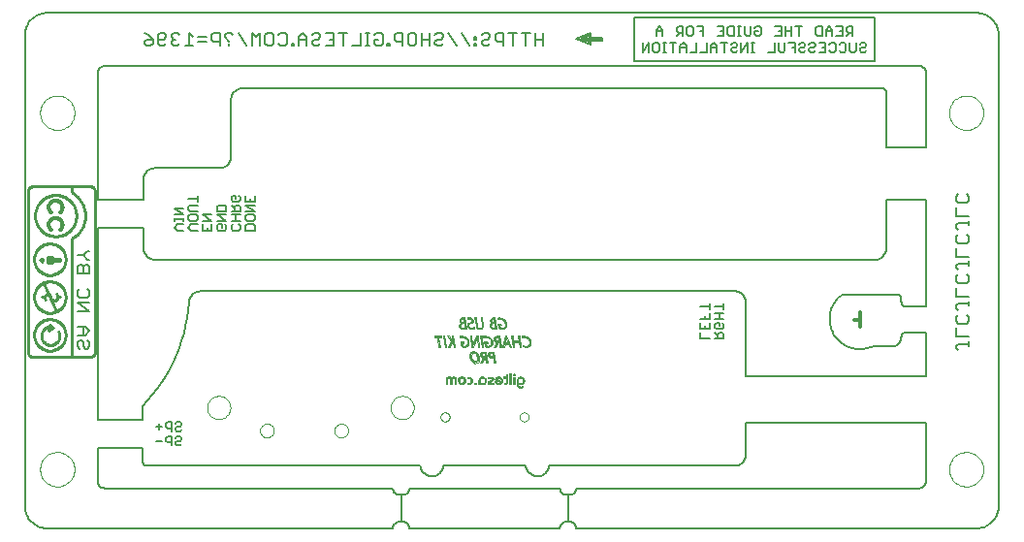
<source format=gbo>
G75*
G70*
%OFA0B0*%
%FSLAX24Y24*%
%IPPOS*%
%LPD*%
%AMOC8*
5,1,8,0,0,1.08239X$1,22.5*
%
%ADD10C,0.0050*%
%ADD11C,0.0080*%
%ADD12C,0.0000*%
%ADD13C,0.0060*%
%ADD14C,0.0120*%
%ADD15C,0.0100*%
%ADD16C,0.0020*%
%ADD17C,0.0030*%
%ADD18C,0.0040*%
D10*
X001677Y000927D02*
X013576Y000927D01*
X013576Y000955D01*
X013580Y000983D01*
X013587Y001010D01*
X013598Y001036D01*
X013612Y001060D01*
X013629Y001082D01*
X013649Y001102D01*
X013671Y001119D01*
X013695Y001133D01*
X013721Y001144D01*
X013748Y001151D01*
X013776Y001155D01*
X013926Y001155D01*
X013851Y001155D02*
X013851Y002077D01*
X013926Y002077D02*
X013776Y002077D01*
X013748Y002081D01*
X013721Y002088D01*
X013695Y002099D01*
X013671Y002113D01*
X013649Y002130D01*
X013629Y002150D01*
X013612Y002172D01*
X013598Y002196D01*
X013587Y002222D01*
X013580Y002249D01*
X013576Y002277D01*
X013576Y002305D01*
X003677Y002305D01*
X003648Y002305D01*
X003620Y002309D01*
X003593Y002316D01*
X003566Y002326D01*
X003541Y002339D01*
X003517Y002355D01*
X003496Y002374D01*
X003477Y002396D01*
X003461Y002419D01*
X003448Y002444D01*
X003438Y002471D01*
X003431Y002499D01*
X003427Y002527D01*
X003427Y003683D01*
X004960Y003683D01*
X004960Y003277D01*
X004958Y003252D01*
X004960Y003227D01*
X004965Y003202D01*
X004974Y003178D01*
X004986Y003156D01*
X005001Y003136D01*
X005019Y003118D01*
X005039Y003103D01*
X005062Y003091D01*
X005085Y003082D01*
X005110Y003077D01*
X014511Y003077D01*
X014512Y003078D02*
X014517Y003039D01*
X014526Y003001D01*
X014539Y002964D01*
X014555Y002929D01*
X014575Y002895D01*
X014598Y002863D01*
X014624Y002834D01*
X014653Y002808D01*
X014684Y002785D01*
X014718Y002764D01*
X014753Y002748D01*
X014790Y002734D01*
X014827Y002725D01*
X014866Y002719D01*
X014905Y002717D01*
X014944Y002719D01*
X014983Y002725D01*
X015020Y002734D01*
X015057Y002748D01*
X015092Y002764D01*
X015126Y002785D01*
X015157Y002808D01*
X015186Y002834D01*
X015212Y002863D01*
X015235Y002895D01*
X015255Y002929D01*
X015271Y002964D01*
X015284Y003001D01*
X015293Y003039D01*
X015298Y003078D01*
X015298Y003077D02*
X018141Y003077D01*
X018142Y003078D02*
X018147Y003039D01*
X018156Y003001D01*
X018169Y002964D01*
X018185Y002929D01*
X018205Y002895D01*
X018228Y002863D01*
X018254Y002834D01*
X018283Y002808D01*
X018314Y002785D01*
X018348Y002764D01*
X018383Y002748D01*
X018420Y002734D01*
X018457Y002725D01*
X018496Y002719D01*
X018535Y002717D01*
X018574Y002719D01*
X018613Y002725D01*
X018650Y002734D01*
X018687Y002748D01*
X018722Y002764D01*
X018756Y002785D01*
X018787Y002808D01*
X018816Y002834D01*
X018842Y002863D01*
X018865Y002895D01*
X018885Y002929D01*
X018901Y002964D01*
X018914Y003001D01*
X018923Y003039D01*
X018928Y003078D01*
X018928Y003077D02*
X025310Y003077D01*
X025349Y003079D01*
X025388Y003085D01*
X025426Y003094D01*
X025463Y003107D01*
X025499Y003124D01*
X025532Y003144D01*
X025564Y003168D01*
X025593Y003194D01*
X025619Y003223D01*
X025643Y003255D01*
X025663Y003288D01*
X025680Y003324D01*
X025693Y003361D01*
X025702Y003399D01*
X025708Y003438D01*
X025710Y003477D01*
X025710Y004570D01*
X031892Y004570D01*
X031892Y002555D01*
X031890Y002525D01*
X031885Y002495D01*
X031876Y002466D01*
X031863Y002439D01*
X031848Y002413D01*
X031829Y002389D01*
X031808Y002368D01*
X031784Y002349D01*
X031758Y002334D01*
X031731Y002321D01*
X031702Y002312D01*
X031672Y002307D01*
X031642Y002305D01*
X019869Y002305D01*
X019868Y002277D01*
X019864Y002249D01*
X019857Y002222D01*
X019845Y002196D01*
X019831Y002171D01*
X019813Y002149D01*
X019793Y002129D01*
X019770Y002112D01*
X019745Y002098D01*
X019719Y002088D01*
X019692Y002081D01*
X019663Y002077D01*
X019513Y002077D01*
X019588Y002077D02*
X019588Y001155D01*
X019513Y001155D02*
X019663Y001155D01*
X019663Y001156D02*
X019692Y001152D01*
X019719Y001145D01*
X019745Y001135D01*
X019770Y001121D01*
X019793Y001104D01*
X019813Y001084D01*
X019831Y001062D01*
X019845Y001037D01*
X019857Y001011D01*
X019864Y000984D01*
X019868Y000956D01*
X019869Y000928D01*
X019869Y000927D02*
X033631Y000927D01*
X033630Y000927D02*
X033684Y000929D01*
X033738Y000934D01*
X033791Y000943D01*
X033844Y000956D01*
X033895Y000973D01*
X033945Y000993D01*
X033993Y001017D01*
X034040Y001044D01*
X034085Y001075D01*
X034127Y001108D01*
X034167Y001145D01*
X034204Y001184D01*
X034238Y001226D01*
X034269Y001270D01*
X034297Y001316D01*
X034321Y001364D01*
X034342Y001414D01*
X034360Y001465D01*
X034374Y001517D01*
X034384Y001570D01*
X034390Y001624D01*
X034392Y001677D01*
X034392Y017896D01*
X034392Y017895D02*
X034390Y017949D01*
X034383Y018003D01*
X034373Y018056D01*
X034360Y018108D01*
X034342Y018159D01*
X034321Y018209D01*
X034297Y018257D01*
X034269Y018303D01*
X034237Y018347D01*
X034203Y018388D01*
X034166Y018427D01*
X034126Y018464D01*
X034084Y018497D01*
X034040Y018528D01*
X033993Y018555D01*
X033945Y018578D01*
X033895Y018599D01*
X033843Y018615D01*
X033791Y018628D01*
X033738Y018637D01*
X033684Y018643D01*
X033631Y018644D01*
X001677Y018644D01*
X001624Y018642D01*
X001570Y018637D01*
X001518Y018627D01*
X001466Y018614D01*
X001415Y018597D01*
X001366Y018577D01*
X001318Y018553D01*
X001272Y018526D01*
X001228Y018495D01*
X001186Y018462D01*
X001147Y018425D01*
X001111Y018386D01*
X001077Y018345D01*
X001046Y018301D01*
X001019Y018255D01*
X000995Y018207D01*
X000975Y018158D01*
X000958Y018107D01*
X000944Y018055D01*
X000935Y018003D01*
X000929Y017949D01*
X000927Y017896D01*
X000927Y001677D01*
X000929Y001623D01*
X000935Y001570D01*
X000944Y001518D01*
X000957Y001466D01*
X000974Y001415D01*
X000995Y001365D01*
X001019Y001318D01*
X001046Y001272D01*
X001077Y001228D01*
X001110Y001186D01*
X001147Y001147D01*
X001186Y001110D01*
X001228Y001077D01*
X001272Y001046D01*
X001318Y001019D01*
X001365Y000995D01*
X001415Y000974D01*
X001466Y000957D01*
X001518Y000944D01*
X001570Y000935D01*
X001623Y000929D01*
X001677Y000927D01*
X005764Y003931D02*
X005816Y003880D01*
X005971Y003880D01*
X005971Y003776D02*
X005971Y004087D01*
X005816Y004087D01*
X005764Y004035D01*
X005764Y003931D01*
X005639Y003931D02*
X005433Y003931D01*
X005971Y004268D02*
X005971Y004579D01*
X005816Y004579D01*
X005764Y004527D01*
X005764Y004424D01*
X005816Y004372D01*
X005971Y004372D01*
X006096Y004372D02*
X006096Y004320D01*
X006147Y004268D01*
X006251Y004268D01*
X006302Y004320D01*
X006251Y004424D02*
X006147Y004424D01*
X006096Y004372D01*
X006096Y004527D02*
X006147Y004579D01*
X006251Y004579D01*
X006302Y004527D01*
X006302Y004475D01*
X006251Y004424D01*
X006251Y004087D02*
X006302Y004035D01*
X006302Y003983D01*
X006251Y003931D01*
X006147Y003931D01*
X006096Y003880D01*
X006096Y003828D01*
X006147Y003776D01*
X006251Y003776D01*
X006302Y003828D01*
X006251Y004087D02*
X006147Y004087D01*
X006096Y004035D01*
X005639Y004424D02*
X005433Y004424D01*
X005536Y004527D02*
X005536Y004320D01*
X004960Y004671D02*
X003427Y004671D01*
X003427Y011245D01*
X004994Y011245D01*
X004994Y010564D01*
X004996Y010525D01*
X005002Y010486D01*
X005011Y010448D01*
X005024Y010411D01*
X005041Y010375D01*
X005061Y010342D01*
X005085Y010310D01*
X005111Y010281D01*
X005140Y010255D01*
X005172Y010231D01*
X005205Y010211D01*
X005241Y010194D01*
X005278Y010181D01*
X005316Y010172D01*
X005355Y010166D01*
X005394Y010164D01*
X030138Y010164D01*
X030177Y010166D01*
X030216Y010172D01*
X030254Y010181D01*
X030291Y010194D01*
X030327Y010211D01*
X030360Y010231D01*
X030392Y010255D01*
X030421Y010281D01*
X030447Y010310D01*
X030471Y010342D01*
X030491Y010375D01*
X030508Y010411D01*
X030521Y010448D01*
X030530Y010486D01*
X030536Y010525D01*
X030538Y010564D01*
X030538Y012220D01*
X031892Y012220D01*
X031892Y008560D01*
X031192Y008560D01*
X031169Y008564D01*
X031147Y008571D01*
X031126Y008581D01*
X031107Y008594D01*
X031090Y008610D01*
X031076Y008628D01*
X031064Y008648D01*
X031055Y008669D01*
X031049Y008691D01*
X031046Y008714D01*
X031047Y008737D01*
X031046Y008738D02*
X031046Y008800D01*
X031046Y008823D01*
X031042Y008846D01*
X031036Y008868D01*
X031026Y008889D01*
X031014Y008908D01*
X030999Y008925D01*
X030981Y008940D01*
X030962Y008953D01*
X030941Y008962D01*
X030919Y008968D01*
X030896Y008972D01*
X029019Y008972D01*
X028969Y008934D01*
X028921Y008893D01*
X028876Y008849D01*
X028834Y008803D01*
X028794Y008754D01*
X028758Y008702D01*
X028725Y008649D01*
X028695Y008594D01*
X028668Y008537D01*
X028645Y008478D01*
X028626Y008418D01*
X028610Y008357D01*
X028598Y008296D01*
X028589Y008233D01*
X028585Y008170D01*
X028584Y008108D01*
X028587Y008045D01*
X028594Y007982D01*
X028605Y007920D01*
X028619Y007859D01*
X028637Y007799D01*
X028659Y007740D01*
X028684Y007682D01*
X028713Y007626D01*
X028745Y007572D01*
X028780Y007520D01*
X028818Y007470D01*
X028859Y007422D01*
X028904Y007377D01*
X028950Y007335D01*
X028999Y007296D01*
X029051Y007260D01*
X029104Y007227D01*
X029160Y007197D01*
X029217Y007171D01*
X029275Y007148D01*
X029335Y007129D01*
X029396Y007113D01*
X029458Y007101D01*
X029520Y007093D01*
X029583Y007089D01*
X029646Y007088D01*
X029709Y007092D01*
X029771Y007099D01*
X029833Y007110D01*
X029895Y007124D01*
X029955Y007142D01*
X030014Y007164D01*
X030071Y007190D01*
X030731Y007190D01*
X030764Y007192D01*
X030797Y007198D01*
X030829Y007207D01*
X030860Y007219D01*
X030890Y007234D01*
X030918Y007253D01*
X030943Y007274D01*
X030966Y007298D01*
X030987Y007324D01*
X031005Y007352D01*
X031020Y007382D01*
X031031Y007413D01*
X031040Y007445D01*
X031045Y007478D01*
X031046Y007511D01*
X031047Y007511D02*
X031050Y007534D01*
X031057Y007556D01*
X031067Y007577D01*
X031080Y007597D01*
X031095Y007614D01*
X031113Y007629D01*
X031133Y007641D01*
X031154Y007651D01*
X031177Y007657D01*
X031200Y007660D01*
X031223Y007659D01*
X031223Y007660D02*
X031892Y007660D01*
X031892Y006158D01*
X025710Y006158D01*
X025710Y008677D01*
X025708Y008716D01*
X025702Y008755D01*
X025693Y008793D01*
X025680Y008830D01*
X025663Y008866D01*
X025643Y008899D01*
X025619Y008931D01*
X025593Y008960D01*
X025564Y008986D01*
X025532Y009010D01*
X025499Y009030D01*
X025463Y009047D01*
X025426Y009060D01*
X025388Y009069D01*
X025349Y009075D01*
X025310Y009077D01*
X006960Y009077D01*
X006921Y009075D01*
X006882Y009069D01*
X006844Y009060D01*
X006807Y009047D01*
X006771Y009030D01*
X006738Y009010D01*
X006706Y008986D01*
X006677Y008960D01*
X006651Y008931D01*
X006627Y008899D01*
X006607Y008866D01*
X006590Y008830D01*
X006577Y008793D01*
X006568Y008755D01*
X006562Y008716D01*
X006560Y008677D01*
X006646Y011171D02*
X006542Y011274D01*
X006646Y011377D01*
X006853Y011377D01*
X006801Y011502D02*
X006594Y011502D01*
X006542Y011554D01*
X006542Y011657D01*
X006594Y011709D01*
X006801Y011709D01*
X006853Y011657D01*
X006853Y011554D01*
X006801Y011502D01*
X007035Y011502D02*
X007345Y011502D01*
X007035Y011709D01*
X007345Y011709D01*
X007527Y011709D02*
X007837Y011709D01*
X007837Y011833D02*
X007527Y011833D01*
X007527Y011989D01*
X007578Y012040D01*
X007785Y012040D01*
X007837Y011989D01*
X007837Y011833D01*
X008019Y011833D02*
X008329Y011833D01*
X008329Y011989D01*
X008277Y012040D01*
X008174Y012040D01*
X008122Y011989D01*
X008122Y011833D01*
X008122Y011937D02*
X008019Y012040D01*
X008071Y012165D02*
X008019Y012217D01*
X008019Y012320D01*
X008071Y012372D01*
X008174Y012372D01*
X008174Y012268D01*
X008277Y012165D02*
X008071Y012165D01*
X008277Y012165D02*
X008329Y012217D01*
X008329Y012320D01*
X008277Y012372D01*
X008511Y012372D02*
X008511Y012165D01*
X008821Y012165D01*
X008821Y012372D01*
X008666Y012268D02*
X008666Y012165D01*
X008511Y012040D02*
X008821Y012040D01*
X008821Y011833D02*
X008511Y012040D01*
X008511Y011833D02*
X008821Y011833D01*
X008770Y011709D02*
X008821Y011657D01*
X008821Y011554D01*
X008770Y011502D01*
X008563Y011502D01*
X008511Y011554D01*
X008511Y011657D01*
X008563Y011709D01*
X008770Y011709D01*
X008770Y011377D02*
X008821Y011326D01*
X008821Y011171D01*
X008511Y011171D01*
X008511Y011326D01*
X008563Y011377D01*
X008770Y011377D01*
X008329Y011326D02*
X008329Y011222D01*
X008277Y011171D01*
X008071Y011171D01*
X008019Y011222D01*
X008019Y011326D01*
X008071Y011377D01*
X008019Y011502D02*
X008329Y011502D01*
X008277Y011377D02*
X008329Y011326D01*
X008174Y011502D02*
X008174Y011709D01*
X008329Y011709D02*
X008019Y011709D01*
X007837Y011502D02*
X007527Y011502D01*
X007578Y011377D02*
X007682Y011377D01*
X007682Y011274D01*
X007785Y011377D02*
X007837Y011326D01*
X007837Y011222D01*
X007785Y011171D01*
X007578Y011171D01*
X007527Y011222D01*
X007527Y011326D01*
X007578Y011377D01*
X007345Y011377D02*
X007345Y011171D01*
X007035Y011171D01*
X007035Y011377D01*
X007190Y011274D02*
X007190Y011171D01*
X006853Y011171D02*
X006646Y011171D01*
X006361Y011171D02*
X006154Y011171D01*
X006050Y011274D01*
X006154Y011377D01*
X006361Y011377D01*
X006361Y011502D02*
X006361Y011605D01*
X006361Y011554D02*
X006050Y011554D01*
X006050Y011605D02*
X006050Y011502D01*
X006050Y011723D02*
X006361Y011723D01*
X006050Y011930D01*
X006361Y011930D01*
X006542Y011885D02*
X006542Y011989D01*
X006594Y012040D01*
X006853Y012040D01*
X006853Y012165D02*
X006853Y012372D01*
X006853Y012268D02*
X006542Y012268D01*
X006542Y011885D02*
X006594Y011833D01*
X006853Y011833D01*
X007527Y011709D02*
X007837Y011502D01*
X005394Y013314D02*
X005355Y013312D01*
X005316Y013306D01*
X005278Y013297D01*
X005241Y013284D01*
X005205Y013267D01*
X005172Y013247D01*
X005140Y013223D01*
X005111Y013197D01*
X005085Y013168D01*
X005061Y013136D01*
X005041Y013103D01*
X005024Y013067D01*
X005011Y013030D01*
X005002Y012992D01*
X004996Y012953D01*
X004994Y012914D01*
X004994Y012233D01*
X003427Y012233D01*
X003427Y016586D01*
X003429Y016616D01*
X003434Y016646D01*
X003443Y016675D01*
X003456Y016702D01*
X003471Y016728D01*
X003490Y016752D01*
X003511Y016773D01*
X003535Y016792D01*
X003561Y016807D01*
X003588Y016820D01*
X003617Y016829D01*
X003647Y016834D01*
X003677Y016836D01*
X031642Y016836D01*
X031672Y016834D01*
X031702Y016829D01*
X031731Y016820D01*
X031758Y016807D01*
X031784Y016792D01*
X031808Y016773D01*
X031829Y016752D01*
X031848Y016728D01*
X031863Y016702D01*
X031876Y016675D01*
X031885Y016646D01*
X031890Y016616D01*
X031892Y016586D01*
X031892Y014008D01*
X030538Y014008D01*
X030538Y015914D01*
X030536Y015937D01*
X030531Y015960D01*
X030522Y015982D01*
X030509Y016002D01*
X030494Y016020D01*
X030476Y016035D01*
X030456Y016048D01*
X030434Y016057D01*
X030411Y016062D01*
X030388Y016064D01*
X008410Y016064D01*
X008371Y016062D01*
X008332Y016056D01*
X008294Y016047D01*
X008257Y016034D01*
X008221Y016017D01*
X008188Y015997D01*
X008156Y015973D01*
X008127Y015947D01*
X008101Y015918D01*
X008077Y015886D01*
X008057Y015853D01*
X008040Y015817D01*
X008027Y015780D01*
X008018Y015742D01*
X008012Y015703D01*
X008010Y015664D01*
X008010Y013714D01*
X008008Y013675D01*
X008002Y013636D01*
X007993Y013598D01*
X007980Y013561D01*
X007963Y013525D01*
X007943Y013492D01*
X007919Y013460D01*
X007893Y013431D01*
X007864Y013405D01*
X007832Y013381D01*
X007799Y013361D01*
X007763Y013344D01*
X007726Y013331D01*
X007688Y013322D01*
X007649Y013316D01*
X007610Y013314D01*
X005394Y013314D01*
X006560Y008677D02*
X006534Y008413D01*
X006496Y008151D01*
X006446Y007891D01*
X006384Y007633D01*
X006310Y007379D01*
X006224Y007129D01*
X006126Y006882D01*
X006017Y006641D01*
X005897Y006404D01*
X005767Y006174D01*
X005625Y005950D01*
X005473Y005733D01*
X005312Y005523D01*
X005141Y005321D01*
X004960Y005127D01*
X004960Y004671D01*
X013926Y002077D02*
X013954Y002081D01*
X013981Y002088D01*
X014007Y002099D01*
X014031Y002113D01*
X014053Y002130D01*
X014073Y002150D01*
X014090Y002172D01*
X014104Y002196D01*
X014115Y002222D01*
X014122Y002249D01*
X014126Y002277D01*
X014126Y002305D01*
X019313Y002305D01*
X019313Y002277D01*
X019317Y002249D01*
X019324Y002222D01*
X019335Y002196D01*
X019349Y002172D01*
X019366Y002150D01*
X019386Y002130D01*
X019408Y002113D01*
X019432Y002099D01*
X019458Y002088D01*
X019485Y002081D01*
X019513Y002077D01*
X019513Y001155D02*
X019485Y001151D01*
X019458Y001144D01*
X019432Y001133D01*
X019408Y001119D01*
X019386Y001102D01*
X019366Y001082D01*
X019349Y001060D01*
X019335Y001036D01*
X019324Y001010D01*
X019317Y000983D01*
X019313Y000955D01*
X019313Y000927D01*
X014126Y000927D01*
X014126Y000955D01*
X014122Y000983D01*
X014115Y001010D01*
X014104Y001036D01*
X014090Y001060D01*
X014073Y001082D01*
X014053Y001102D01*
X014031Y001119D01*
X014007Y001133D01*
X013981Y001144D01*
X013954Y001151D01*
X013926Y001155D01*
X015930Y005895D02*
X015865Y005922D01*
X015832Y005985D01*
X015837Y006057D01*
X015880Y006107D01*
X015902Y006122D01*
X015965Y006122D01*
X016017Y006087D01*
X016040Y006042D01*
X016040Y005982D01*
X016020Y005945D01*
X015997Y005917D01*
X015965Y005902D01*
X024142Y007451D02*
X024142Y007658D01*
X024142Y007783D02*
X024142Y007989D01*
X024142Y008114D02*
X024452Y008114D01*
X024452Y008321D01*
X024452Y008446D02*
X024452Y008652D01*
X024452Y008549D02*
X024142Y008549D01*
X024634Y008549D02*
X024944Y008549D01*
X024944Y008446D02*
X024944Y008652D01*
X024944Y008321D02*
X024634Y008321D01*
X024789Y008321D02*
X024789Y008114D01*
X024789Y007989D02*
X024686Y007989D01*
X024634Y007938D01*
X024634Y007834D01*
X024686Y007783D01*
X024893Y007783D01*
X024944Y007834D01*
X024944Y007938D01*
X024893Y007989D01*
X024789Y007989D02*
X024789Y007886D01*
X024789Y007658D02*
X024738Y007606D01*
X024738Y007451D01*
X024738Y007555D02*
X024634Y007658D01*
X024789Y007658D02*
X024893Y007658D01*
X024944Y007606D01*
X024944Y007451D01*
X024634Y007451D01*
X024452Y007451D02*
X024142Y007451D01*
X024142Y007783D02*
X024452Y007783D01*
X024452Y007989D01*
X024297Y007886D02*
X024297Y007783D01*
X024297Y008114D02*
X024297Y008217D01*
X024634Y008114D02*
X024944Y008114D01*
X032917Y008044D02*
X032992Y007969D01*
X033292Y007969D01*
X033367Y008044D01*
X033367Y008194D01*
X033292Y008269D01*
X032992Y008269D02*
X032917Y008194D01*
X032917Y008044D01*
X032917Y007809D02*
X032917Y007509D01*
X033367Y007509D01*
X033367Y007349D02*
X033367Y007198D01*
X033367Y007274D02*
X032992Y007274D01*
X032917Y007198D01*
X032917Y007123D01*
X032992Y007048D01*
X032992Y008429D02*
X032917Y008505D01*
X032917Y008580D01*
X032992Y008655D01*
X033367Y008655D01*
X033367Y008580D02*
X033367Y008730D01*
X033367Y008890D02*
X032917Y008890D01*
X032917Y009190D01*
X032992Y009350D02*
X032917Y009425D01*
X032917Y009575D01*
X032992Y009651D01*
X032992Y009811D02*
X032917Y009886D01*
X032917Y009961D01*
X032992Y010036D01*
X033367Y010036D01*
X033367Y009961D02*
X033367Y010111D01*
X033367Y010271D02*
X032917Y010271D01*
X032917Y010571D01*
X032992Y010731D02*
X032917Y010807D01*
X032917Y010957D01*
X032992Y011032D01*
X032992Y011192D02*
X032917Y011267D01*
X032917Y011342D01*
X032992Y011417D01*
X033367Y011417D01*
X033367Y011342D02*
X033367Y011492D01*
X033367Y011652D02*
X032917Y011652D01*
X032917Y011952D01*
X032992Y012113D02*
X032917Y012188D01*
X032917Y012338D01*
X032992Y012413D01*
X033292Y012413D02*
X033367Y012338D01*
X033367Y012188D01*
X033292Y012113D01*
X032992Y012113D01*
X033292Y011032D02*
X033367Y010957D01*
X033367Y010807D01*
X033292Y010731D01*
X032992Y010731D01*
X033292Y009651D02*
X033367Y009575D01*
X033367Y009425D01*
X033292Y009350D01*
X032992Y009350D01*
D11*
X030121Y016990D02*
X021871Y016990D01*
X021871Y018490D01*
X030121Y018490D01*
X030121Y016990D01*
X020765Y017691D02*
X020765Y017791D01*
X020365Y017791D01*
X020365Y017741D01*
X020365Y017691D01*
X020765Y017691D01*
X020765Y017741D02*
X020365Y017741D01*
X020365Y017691D02*
X020365Y017541D01*
X019865Y017741D01*
X020365Y017941D01*
X020365Y017791D01*
X020265Y017791D02*
X020165Y017791D01*
X020265Y017791D02*
X020265Y017691D01*
X020065Y017791D01*
X020315Y017891D01*
X020315Y017641D01*
X020015Y017741D01*
X018745Y017740D02*
X018465Y017740D01*
X018465Y017950D02*
X018465Y017530D01*
X018745Y017530D02*
X018745Y017950D01*
X018284Y017950D02*
X018004Y017950D01*
X018144Y017950D02*
X018144Y017530D01*
X017684Y017530D02*
X017684Y017950D01*
X017824Y017950D02*
X017544Y017950D01*
X017364Y017950D02*
X017154Y017950D01*
X017083Y017880D01*
X017083Y017740D01*
X017154Y017670D01*
X017364Y017670D01*
X017364Y017530D02*
X017364Y017950D01*
X016903Y017880D02*
X016903Y017810D01*
X016833Y017740D01*
X016693Y017740D01*
X016623Y017670D01*
X016623Y017600D01*
X016693Y017530D01*
X016833Y017530D01*
X016903Y017600D01*
X016443Y017600D02*
X016443Y017530D01*
X016373Y017530D01*
X016373Y017600D01*
X016443Y017600D01*
X016443Y017740D02*
X016443Y017810D01*
X016373Y017810D01*
X016373Y017740D01*
X016443Y017740D01*
X016623Y017880D02*
X016693Y017950D01*
X016833Y017950D01*
X016903Y017880D01*
X016213Y017530D02*
X015932Y017950D01*
X015752Y017530D02*
X015472Y017950D01*
X015292Y017880D02*
X015292Y017810D01*
X015222Y017740D01*
X015082Y017740D01*
X015012Y017670D01*
X015012Y017600D01*
X015082Y017530D01*
X015222Y017530D01*
X015292Y017600D01*
X014832Y017530D02*
X014832Y017950D01*
X015012Y017880D02*
X015082Y017950D01*
X015222Y017950D01*
X015292Y017880D01*
X014832Y017740D02*
X014551Y017740D01*
X014551Y017950D02*
X014551Y017530D01*
X014371Y017600D02*
X014301Y017530D01*
X014161Y017530D01*
X014091Y017600D01*
X014091Y017880D01*
X014161Y017950D01*
X014301Y017950D01*
X014371Y017880D01*
X014371Y017600D01*
X013911Y017530D02*
X013911Y017950D01*
X013701Y017950D01*
X013631Y017880D01*
X013631Y017740D01*
X013701Y017670D01*
X013911Y017670D01*
X013450Y017600D02*
X013380Y017600D01*
X013380Y017530D01*
X013450Y017530D01*
X013450Y017600D01*
X013220Y017600D02*
X013150Y017530D01*
X013010Y017530D01*
X012940Y017600D01*
X012940Y017740D01*
X013080Y017740D01*
X013220Y017880D02*
X013220Y017600D01*
X012760Y017530D02*
X012620Y017530D01*
X012690Y017530D02*
X012690Y017950D01*
X012760Y017950D02*
X012620Y017950D01*
X012453Y017950D02*
X012453Y017530D01*
X012173Y017530D01*
X011852Y017530D02*
X011852Y017950D01*
X011992Y017950D02*
X011712Y017950D01*
X011532Y017950D02*
X011532Y017530D01*
X011252Y017530D01*
X011072Y017600D02*
X011002Y017530D01*
X010861Y017530D01*
X010791Y017600D01*
X010791Y017670D01*
X010861Y017740D01*
X011002Y017740D01*
X011072Y017810D01*
X011072Y017880D01*
X011002Y017950D01*
X010861Y017950D01*
X010791Y017880D01*
X010611Y017810D02*
X010471Y017950D01*
X010331Y017810D01*
X010331Y017530D01*
X010151Y017530D02*
X010081Y017530D01*
X010081Y017600D01*
X010151Y017600D01*
X010151Y017530D01*
X009921Y017600D02*
X009851Y017530D01*
X009711Y017530D01*
X009640Y017600D01*
X009460Y017600D02*
X009390Y017530D01*
X009250Y017530D01*
X009180Y017600D01*
X009180Y017880D01*
X009250Y017950D01*
X009390Y017950D01*
X009460Y017880D01*
X009460Y017600D01*
X009000Y017530D02*
X009000Y017950D01*
X008860Y017810D01*
X008720Y017950D01*
X008720Y017530D01*
X008540Y017530D02*
X008259Y017950D01*
X008079Y017880D02*
X008009Y017950D01*
X007869Y017950D01*
X007799Y017880D01*
X007799Y017810D01*
X007939Y017670D01*
X007939Y017600D02*
X007939Y017530D01*
X007619Y017530D02*
X007619Y017950D01*
X007409Y017950D01*
X007338Y017880D01*
X007338Y017740D01*
X007409Y017670D01*
X007619Y017670D01*
X007158Y017670D02*
X006878Y017670D01*
X006878Y017810D02*
X007158Y017810D01*
X006698Y017810D02*
X006558Y017950D01*
X006558Y017530D01*
X006698Y017530D02*
X006418Y017530D01*
X006238Y017600D02*
X006167Y017530D01*
X006027Y017530D01*
X005957Y017600D01*
X005957Y017670D01*
X006027Y017740D01*
X006097Y017740D01*
X006027Y017740D02*
X005957Y017810D01*
X005957Y017880D01*
X006027Y017950D01*
X006167Y017950D01*
X006238Y017880D01*
X005777Y017880D02*
X005777Y017810D01*
X005707Y017740D01*
X005497Y017740D01*
X005497Y017600D02*
X005497Y017880D01*
X005567Y017950D01*
X005707Y017950D01*
X005777Y017880D01*
X005317Y017740D02*
X005107Y017740D01*
X005037Y017670D01*
X005037Y017600D01*
X005107Y017530D01*
X005247Y017530D01*
X005317Y017600D01*
X005317Y017740D01*
X005177Y017880D01*
X005037Y017950D01*
X005497Y017600D02*
X005567Y017530D01*
X005707Y017530D01*
X005777Y017600D01*
X009640Y017880D02*
X009711Y017950D01*
X009851Y017950D01*
X009921Y017880D01*
X009921Y017600D01*
X010331Y017740D02*
X010611Y017740D01*
X010611Y017810D02*
X010611Y017530D01*
X011252Y017950D02*
X011532Y017950D01*
X011532Y017740D02*
X011392Y017740D01*
X012940Y017880D02*
X013010Y017950D01*
X013150Y017950D01*
X013220Y017880D01*
X003138Y010448D02*
X003068Y010448D01*
X002928Y010308D01*
X002717Y010308D01*
X002928Y010308D02*
X003068Y010167D01*
X003138Y010167D01*
X003068Y009987D02*
X002998Y009987D01*
X002928Y009917D01*
X002928Y009707D01*
X003138Y009707D02*
X003138Y009917D01*
X003068Y009987D01*
X002928Y009917D02*
X002858Y009987D01*
X002787Y009987D01*
X002717Y009917D01*
X002717Y009707D01*
X003138Y009707D01*
X003068Y009148D02*
X003138Y009078D01*
X003138Y008937D01*
X003068Y008867D01*
X002787Y008867D01*
X002717Y008937D01*
X002717Y009078D01*
X002787Y009148D01*
X002717Y008687D02*
X003138Y008687D01*
X003138Y008407D02*
X002717Y008687D01*
X002717Y008407D02*
X003138Y008407D01*
X002998Y007848D02*
X002717Y007848D01*
X002928Y007848D02*
X002928Y007567D01*
X002998Y007567D02*
X003138Y007708D01*
X002998Y007848D01*
X002998Y007567D02*
X002717Y007567D01*
X002787Y007387D02*
X002717Y007317D01*
X002717Y007177D01*
X002787Y007107D01*
X002928Y007177D02*
X002928Y007317D01*
X002858Y007387D01*
X002787Y007387D01*
X002928Y007177D02*
X002998Y007107D01*
X003068Y007107D01*
X003138Y007177D01*
X003138Y007317D01*
X003068Y007387D01*
D12*
X007182Y005080D02*
X007184Y005120D01*
X007190Y005159D01*
X007200Y005198D01*
X007213Y005235D01*
X007231Y005271D01*
X007252Y005305D01*
X007276Y005337D01*
X007303Y005366D01*
X007333Y005393D01*
X007365Y005416D01*
X007400Y005436D01*
X007436Y005452D01*
X007474Y005465D01*
X007513Y005474D01*
X007552Y005479D01*
X007592Y005480D01*
X007632Y005477D01*
X007671Y005470D01*
X007709Y005459D01*
X007747Y005445D01*
X007782Y005426D01*
X007815Y005405D01*
X007847Y005380D01*
X007875Y005352D01*
X007901Y005322D01*
X007923Y005289D01*
X007942Y005254D01*
X007958Y005217D01*
X007970Y005179D01*
X007978Y005140D01*
X007982Y005100D01*
X007982Y005060D01*
X007978Y005020D01*
X007970Y004981D01*
X007958Y004943D01*
X007942Y004906D01*
X007923Y004871D01*
X007901Y004838D01*
X007875Y004808D01*
X007847Y004780D01*
X007815Y004755D01*
X007782Y004734D01*
X007747Y004715D01*
X007709Y004701D01*
X007671Y004690D01*
X007632Y004683D01*
X007592Y004680D01*
X007552Y004681D01*
X007513Y004686D01*
X007474Y004695D01*
X007436Y004708D01*
X007400Y004724D01*
X007365Y004744D01*
X007333Y004767D01*
X007303Y004794D01*
X007276Y004823D01*
X007252Y004855D01*
X007231Y004889D01*
X007213Y004925D01*
X007200Y004962D01*
X007190Y005001D01*
X007184Y005040D01*
X007182Y005080D01*
X009001Y004288D02*
X009003Y004318D01*
X009009Y004348D01*
X009018Y004377D01*
X009031Y004404D01*
X009048Y004429D01*
X009067Y004452D01*
X009090Y004473D01*
X009115Y004490D01*
X009141Y004504D01*
X009170Y004514D01*
X009199Y004521D01*
X009229Y004524D01*
X009260Y004523D01*
X009290Y004518D01*
X009319Y004509D01*
X009346Y004497D01*
X009372Y004482D01*
X009396Y004463D01*
X009417Y004441D01*
X009435Y004417D01*
X009450Y004390D01*
X009461Y004362D01*
X009469Y004333D01*
X009473Y004303D01*
X009473Y004273D01*
X009469Y004243D01*
X009461Y004214D01*
X009450Y004186D01*
X009435Y004159D01*
X009417Y004135D01*
X009396Y004113D01*
X009372Y004094D01*
X009346Y004079D01*
X009319Y004067D01*
X009290Y004058D01*
X009260Y004053D01*
X009229Y004052D01*
X009199Y004055D01*
X009170Y004062D01*
X009141Y004072D01*
X009115Y004086D01*
X009090Y004103D01*
X009067Y004124D01*
X009048Y004147D01*
X009031Y004172D01*
X009018Y004199D01*
X009009Y004228D01*
X009003Y004258D01*
X009001Y004288D01*
X011560Y004288D02*
X011562Y004318D01*
X011568Y004348D01*
X011577Y004377D01*
X011590Y004404D01*
X011607Y004429D01*
X011626Y004452D01*
X011649Y004473D01*
X011674Y004490D01*
X011700Y004504D01*
X011729Y004514D01*
X011758Y004521D01*
X011788Y004524D01*
X011819Y004523D01*
X011849Y004518D01*
X011878Y004509D01*
X011905Y004497D01*
X011931Y004482D01*
X011955Y004463D01*
X011976Y004441D01*
X011994Y004417D01*
X012009Y004390D01*
X012020Y004362D01*
X012028Y004333D01*
X012032Y004303D01*
X012032Y004273D01*
X012028Y004243D01*
X012020Y004214D01*
X012009Y004186D01*
X011994Y004159D01*
X011976Y004135D01*
X011955Y004113D01*
X011931Y004094D01*
X011905Y004079D01*
X011878Y004067D01*
X011849Y004058D01*
X011819Y004053D01*
X011788Y004052D01*
X011758Y004055D01*
X011729Y004062D01*
X011700Y004072D01*
X011674Y004086D01*
X011649Y004103D01*
X011626Y004124D01*
X011607Y004147D01*
X011590Y004172D01*
X011577Y004199D01*
X011568Y004228D01*
X011562Y004258D01*
X011560Y004288D01*
X013487Y005080D02*
X013489Y005120D01*
X013495Y005159D01*
X013505Y005198D01*
X013518Y005235D01*
X013536Y005271D01*
X013557Y005305D01*
X013581Y005337D01*
X013608Y005366D01*
X013638Y005393D01*
X013670Y005416D01*
X013705Y005436D01*
X013741Y005452D01*
X013779Y005465D01*
X013818Y005474D01*
X013857Y005479D01*
X013897Y005480D01*
X013937Y005477D01*
X013976Y005470D01*
X014014Y005459D01*
X014052Y005445D01*
X014087Y005426D01*
X014120Y005405D01*
X014152Y005380D01*
X014180Y005352D01*
X014206Y005322D01*
X014228Y005289D01*
X014247Y005254D01*
X014263Y005217D01*
X014275Y005179D01*
X014283Y005140D01*
X014287Y005100D01*
X014287Y005060D01*
X014283Y005020D01*
X014275Y004981D01*
X014263Y004943D01*
X014247Y004906D01*
X014228Y004871D01*
X014206Y004838D01*
X014180Y004808D01*
X014152Y004780D01*
X014120Y004755D01*
X014087Y004734D01*
X014052Y004715D01*
X014014Y004701D01*
X013976Y004690D01*
X013937Y004683D01*
X013897Y004680D01*
X013857Y004681D01*
X013818Y004686D01*
X013779Y004695D01*
X013741Y004708D01*
X013705Y004724D01*
X013670Y004744D01*
X013638Y004767D01*
X013608Y004794D01*
X013581Y004823D01*
X013557Y004855D01*
X013536Y004889D01*
X013518Y004925D01*
X013505Y004962D01*
X013495Y005001D01*
X013489Y005040D01*
X013487Y005080D01*
X015204Y004757D02*
X015206Y004782D01*
X015212Y004806D01*
X015221Y004828D01*
X015234Y004849D01*
X015250Y004868D01*
X015269Y004884D01*
X015290Y004897D01*
X015312Y004906D01*
X015336Y004912D01*
X015361Y004914D01*
X015386Y004912D01*
X015410Y004906D01*
X015432Y004897D01*
X015453Y004884D01*
X015472Y004868D01*
X015488Y004849D01*
X015501Y004828D01*
X015510Y004806D01*
X015516Y004782D01*
X015518Y004757D01*
X015516Y004732D01*
X015510Y004708D01*
X015501Y004686D01*
X015488Y004665D01*
X015472Y004646D01*
X015453Y004630D01*
X015432Y004617D01*
X015410Y004608D01*
X015386Y004602D01*
X015361Y004600D01*
X015336Y004602D01*
X015312Y004608D01*
X015290Y004617D01*
X015269Y004630D01*
X015250Y004646D01*
X015234Y004665D01*
X015221Y004686D01*
X015212Y004708D01*
X015206Y004732D01*
X015204Y004757D01*
X017921Y004757D02*
X017923Y004782D01*
X017929Y004806D01*
X017938Y004828D01*
X017951Y004849D01*
X017967Y004868D01*
X017986Y004884D01*
X018007Y004897D01*
X018029Y004906D01*
X018053Y004912D01*
X018078Y004914D01*
X018103Y004912D01*
X018127Y004906D01*
X018149Y004897D01*
X018170Y004884D01*
X018189Y004868D01*
X018205Y004849D01*
X018218Y004828D01*
X018227Y004806D01*
X018233Y004782D01*
X018235Y004757D01*
X018233Y004732D01*
X018227Y004708D01*
X018218Y004686D01*
X018205Y004665D01*
X018189Y004646D01*
X018170Y004630D01*
X018149Y004617D01*
X018127Y004608D01*
X018103Y004602D01*
X018078Y004600D01*
X018053Y004602D01*
X018029Y004608D01*
X018007Y004617D01*
X017986Y004630D01*
X017967Y004646D01*
X017951Y004665D01*
X017938Y004686D01*
X017929Y004708D01*
X017923Y004732D01*
X017921Y004757D01*
X032687Y002959D02*
X032689Y003007D01*
X032695Y003055D01*
X032705Y003102D01*
X032718Y003148D01*
X032736Y003193D01*
X032756Y003237D01*
X032781Y003279D01*
X032809Y003318D01*
X032839Y003355D01*
X032873Y003389D01*
X032910Y003421D01*
X032948Y003450D01*
X032989Y003475D01*
X033032Y003497D01*
X033077Y003515D01*
X033123Y003529D01*
X033170Y003540D01*
X033218Y003547D01*
X033266Y003550D01*
X033314Y003549D01*
X033362Y003544D01*
X033410Y003535D01*
X033456Y003523D01*
X033501Y003506D01*
X033545Y003486D01*
X033587Y003463D01*
X033627Y003436D01*
X033665Y003406D01*
X033700Y003373D01*
X033732Y003337D01*
X033762Y003299D01*
X033788Y003258D01*
X033810Y003215D01*
X033830Y003171D01*
X033845Y003126D01*
X033857Y003079D01*
X033865Y003031D01*
X033869Y002983D01*
X033869Y002935D01*
X033865Y002887D01*
X033857Y002839D01*
X033845Y002792D01*
X033830Y002747D01*
X033810Y002703D01*
X033788Y002660D01*
X033762Y002619D01*
X033732Y002581D01*
X033700Y002545D01*
X033665Y002512D01*
X033627Y002482D01*
X033587Y002455D01*
X033545Y002432D01*
X033501Y002412D01*
X033456Y002395D01*
X033410Y002383D01*
X033362Y002374D01*
X033314Y002369D01*
X033266Y002368D01*
X033218Y002371D01*
X033170Y002378D01*
X033123Y002389D01*
X033077Y002403D01*
X033032Y002421D01*
X032989Y002443D01*
X032948Y002468D01*
X032910Y002497D01*
X032873Y002529D01*
X032839Y002563D01*
X032809Y002600D01*
X032781Y002639D01*
X032756Y002681D01*
X032736Y002725D01*
X032718Y002770D01*
X032705Y002816D01*
X032695Y002863D01*
X032689Y002911D01*
X032687Y002959D01*
X032687Y015215D02*
X032689Y015263D01*
X032695Y015311D01*
X032705Y015358D01*
X032718Y015404D01*
X032736Y015449D01*
X032756Y015493D01*
X032781Y015535D01*
X032809Y015574D01*
X032839Y015611D01*
X032873Y015645D01*
X032910Y015677D01*
X032948Y015706D01*
X032989Y015731D01*
X033032Y015753D01*
X033077Y015771D01*
X033123Y015785D01*
X033170Y015796D01*
X033218Y015803D01*
X033266Y015806D01*
X033314Y015805D01*
X033362Y015800D01*
X033410Y015791D01*
X033456Y015779D01*
X033501Y015762D01*
X033545Y015742D01*
X033587Y015719D01*
X033627Y015692D01*
X033665Y015662D01*
X033700Y015629D01*
X033732Y015593D01*
X033762Y015555D01*
X033788Y015514D01*
X033810Y015471D01*
X033830Y015427D01*
X033845Y015382D01*
X033857Y015335D01*
X033865Y015287D01*
X033869Y015239D01*
X033869Y015191D01*
X033865Y015143D01*
X033857Y015095D01*
X033845Y015048D01*
X033830Y015003D01*
X033810Y014959D01*
X033788Y014916D01*
X033762Y014875D01*
X033732Y014837D01*
X033700Y014801D01*
X033665Y014768D01*
X033627Y014738D01*
X033587Y014711D01*
X033545Y014688D01*
X033501Y014668D01*
X033456Y014651D01*
X033410Y014639D01*
X033362Y014630D01*
X033314Y014625D01*
X033266Y014624D01*
X033218Y014627D01*
X033170Y014634D01*
X033123Y014645D01*
X033077Y014659D01*
X033032Y014677D01*
X032989Y014699D01*
X032948Y014724D01*
X032910Y014753D01*
X032873Y014785D01*
X032839Y014819D01*
X032809Y014856D01*
X032781Y014895D01*
X032756Y014937D01*
X032736Y014981D01*
X032718Y015026D01*
X032705Y015072D01*
X032695Y015119D01*
X032689Y015167D01*
X032687Y015215D01*
X001440Y015215D02*
X001442Y015263D01*
X001448Y015311D01*
X001458Y015358D01*
X001471Y015404D01*
X001489Y015449D01*
X001509Y015493D01*
X001534Y015535D01*
X001562Y015574D01*
X001592Y015611D01*
X001626Y015645D01*
X001663Y015677D01*
X001701Y015706D01*
X001742Y015731D01*
X001785Y015753D01*
X001830Y015771D01*
X001876Y015785D01*
X001923Y015796D01*
X001971Y015803D01*
X002019Y015806D01*
X002067Y015805D01*
X002115Y015800D01*
X002163Y015791D01*
X002209Y015779D01*
X002254Y015762D01*
X002298Y015742D01*
X002340Y015719D01*
X002380Y015692D01*
X002418Y015662D01*
X002453Y015629D01*
X002485Y015593D01*
X002515Y015555D01*
X002541Y015514D01*
X002563Y015471D01*
X002583Y015427D01*
X002598Y015382D01*
X002610Y015335D01*
X002618Y015287D01*
X002622Y015239D01*
X002622Y015191D01*
X002618Y015143D01*
X002610Y015095D01*
X002598Y015048D01*
X002583Y015003D01*
X002563Y014959D01*
X002541Y014916D01*
X002515Y014875D01*
X002485Y014837D01*
X002453Y014801D01*
X002418Y014768D01*
X002380Y014738D01*
X002340Y014711D01*
X002298Y014688D01*
X002254Y014668D01*
X002209Y014651D01*
X002163Y014639D01*
X002115Y014630D01*
X002067Y014625D01*
X002019Y014624D01*
X001971Y014627D01*
X001923Y014634D01*
X001876Y014645D01*
X001830Y014659D01*
X001785Y014677D01*
X001742Y014699D01*
X001701Y014724D01*
X001663Y014753D01*
X001626Y014785D01*
X001592Y014819D01*
X001562Y014856D01*
X001534Y014895D01*
X001509Y014937D01*
X001489Y014981D01*
X001471Y015026D01*
X001458Y015072D01*
X001448Y015119D01*
X001442Y015167D01*
X001440Y015215D01*
X001440Y002959D02*
X001442Y003007D01*
X001448Y003055D01*
X001458Y003102D01*
X001471Y003148D01*
X001489Y003193D01*
X001509Y003237D01*
X001534Y003279D01*
X001562Y003318D01*
X001592Y003355D01*
X001626Y003389D01*
X001663Y003421D01*
X001701Y003450D01*
X001742Y003475D01*
X001785Y003497D01*
X001830Y003515D01*
X001876Y003529D01*
X001923Y003540D01*
X001971Y003547D01*
X002019Y003550D01*
X002067Y003549D01*
X002115Y003544D01*
X002163Y003535D01*
X002209Y003523D01*
X002254Y003506D01*
X002298Y003486D01*
X002340Y003463D01*
X002380Y003436D01*
X002418Y003406D01*
X002453Y003373D01*
X002485Y003337D01*
X002515Y003299D01*
X002541Y003258D01*
X002563Y003215D01*
X002583Y003171D01*
X002598Y003126D01*
X002610Y003079D01*
X002618Y003031D01*
X002622Y002983D01*
X002622Y002935D01*
X002618Y002887D01*
X002610Y002839D01*
X002598Y002792D01*
X002583Y002747D01*
X002563Y002703D01*
X002541Y002660D01*
X002515Y002619D01*
X002485Y002581D01*
X002453Y002545D01*
X002418Y002512D01*
X002380Y002482D01*
X002340Y002455D01*
X002298Y002432D01*
X002254Y002412D01*
X002209Y002395D01*
X002163Y002383D01*
X002115Y002374D01*
X002067Y002369D01*
X002019Y002368D01*
X001971Y002371D01*
X001923Y002378D01*
X001876Y002389D01*
X001830Y002403D01*
X001785Y002421D01*
X001742Y002443D01*
X001701Y002468D01*
X001663Y002497D01*
X001626Y002529D01*
X001592Y002563D01*
X001562Y002600D01*
X001534Y002639D01*
X001509Y002681D01*
X001489Y002725D01*
X001471Y002770D01*
X001458Y002816D01*
X001448Y002863D01*
X001442Y002911D01*
X001440Y002959D01*
D13*
X016247Y006807D02*
X016237Y006887D01*
X016257Y006947D01*
X016307Y006987D01*
X016377Y006987D01*
X016437Y006947D01*
X016477Y006887D01*
X016507Y006807D01*
X016507Y006727D01*
X016487Y006677D01*
X016447Y006647D01*
X016367Y006637D01*
X016347Y006657D02*
X016317Y006677D01*
X016277Y006727D01*
X016247Y006807D01*
X022162Y017307D02*
X022162Y017627D01*
X022376Y017627D02*
X022162Y017307D01*
X022376Y017307D02*
X022376Y017627D01*
X022512Y017574D02*
X022566Y017627D01*
X022672Y017627D01*
X022726Y017574D01*
X022726Y017361D01*
X022672Y017307D01*
X022566Y017307D01*
X022512Y017361D01*
X022512Y017574D01*
X022852Y017627D02*
X022959Y017627D01*
X022906Y017627D02*
X022906Y017307D01*
X022959Y017307D02*
X022852Y017307D01*
X023202Y017307D02*
X023202Y017627D01*
X023309Y017627D02*
X023095Y017627D01*
X023329Y017857D02*
X023435Y017964D01*
X023382Y017964D02*
X023542Y017964D01*
X023542Y017857D02*
X023542Y018177D01*
X023382Y018177D01*
X023329Y018124D01*
X023329Y018017D01*
X023382Y017964D01*
X023679Y017911D02*
X023679Y018124D01*
X023732Y018177D01*
X023839Y018177D01*
X023892Y018124D01*
X023892Y017911D01*
X023839Y017857D01*
X023732Y017857D01*
X023679Y017911D01*
X023552Y017627D02*
X023445Y017521D01*
X023445Y017307D01*
X023445Y017467D02*
X023659Y017467D01*
X023659Y017521D02*
X023552Y017627D01*
X023659Y017521D02*
X023659Y017307D01*
X023795Y017307D02*
X024009Y017307D01*
X024009Y017627D01*
X024242Y017857D02*
X024242Y018177D01*
X024028Y018177D01*
X024135Y018017D02*
X024242Y018017D01*
X024359Y017627D02*
X024359Y017307D01*
X024145Y017307D01*
X024495Y017307D02*
X024495Y017521D01*
X024602Y017627D01*
X024709Y017521D01*
X024709Y017307D01*
X024709Y017467D02*
X024495Y017467D01*
X024845Y017627D02*
X025058Y017627D01*
X024952Y017627D02*
X024952Y017307D01*
X025195Y017361D02*
X025248Y017307D01*
X025355Y017307D01*
X025408Y017361D01*
X025355Y017467D02*
X025248Y017467D01*
X025195Y017414D01*
X025195Y017361D01*
X025355Y017467D02*
X025408Y017521D01*
X025408Y017574D01*
X025355Y017627D01*
X025248Y017627D01*
X025195Y017574D01*
X025545Y017627D02*
X025545Y017307D01*
X025758Y017627D01*
X025758Y017307D01*
X025885Y017307D02*
X025991Y017307D01*
X025938Y017307D02*
X025938Y017627D01*
X025991Y017627D02*
X025885Y017627D01*
X025821Y017857D02*
X025715Y017857D01*
X025661Y017911D01*
X025661Y018177D01*
X025525Y018177D02*
X025418Y018177D01*
X025472Y018177D02*
X025472Y017857D01*
X025525Y017857D02*
X025418Y017857D01*
X025292Y017857D02*
X025132Y017857D01*
X025078Y017911D01*
X025078Y018124D01*
X025132Y018177D01*
X025292Y018177D01*
X025292Y017857D01*
X024942Y017857D02*
X024942Y018177D01*
X024728Y018177D01*
X024835Y018017D02*
X024942Y018017D01*
X024942Y017857D02*
X024728Y017857D01*
X025821Y017857D02*
X025875Y017911D01*
X025875Y018177D01*
X026011Y018124D02*
X026065Y018177D01*
X026171Y018177D01*
X026225Y018124D01*
X026225Y017911D01*
X026171Y017857D01*
X026065Y017857D01*
X026011Y017911D01*
X026011Y018017D01*
X026118Y018017D01*
X026711Y017857D02*
X026925Y017857D01*
X026925Y018177D01*
X026711Y018177D01*
X026818Y018017D02*
X026925Y018017D01*
X027061Y018017D02*
X027274Y018017D01*
X027274Y017857D02*
X027274Y018177D01*
X027411Y018177D02*
X027624Y018177D01*
X027518Y018177D02*
X027518Y017857D01*
X027581Y017627D02*
X027688Y017627D01*
X027741Y017574D01*
X027741Y017521D01*
X027688Y017467D01*
X027581Y017467D01*
X027527Y017414D01*
X027527Y017361D01*
X027581Y017307D01*
X027688Y017307D01*
X027741Y017361D01*
X027877Y017361D02*
X027931Y017307D01*
X028037Y017307D01*
X028091Y017361D01*
X028037Y017467D02*
X027931Y017467D01*
X027877Y017414D01*
X027877Y017361D01*
X028037Y017467D02*
X028091Y017521D01*
X028091Y017574D01*
X028037Y017627D01*
X027931Y017627D01*
X027877Y017574D01*
X027581Y017627D02*
X027527Y017574D01*
X027391Y017627D02*
X027178Y017627D01*
X027041Y017627D02*
X027041Y017361D01*
X026988Y017307D01*
X026881Y017307D01*
X026828Y017361D01*
X026828Y017627D01*
X026691Y017627D02*
X026691Y017307D01*
X026478Y017307D01*
X027061Y017857D02*
X027061Y018177D01*
X027391Y017627D02*
X027391Y017307D01*
X027391Y017467D02*
X027284Y017467D01*
X028111Y017911D02*
X028111Y018124D01*
X028164Y018177D01*
X028324Y018177D01*
X028324Y017857D01*
X028164Y017857D01*
X028111Y017911D01*
X028227Y017627D02*
X028441Y017627D01*
X028441Y017307D01*
X028227Y017307D01*
X028334Y017467D02*
X028441Y017467D01*
X028577Y017361D02*
X028631Y017307D01*
X028737Y017307D01*
X028791Y017361D01*
X028791Y017574D01*
X028737Y017627D01*
X028631Y017627D01*
X028577Y017574D01*
X028927Y017574D02*
X028980Y017627D01*
X029087Y017627D01*
X029141Y017574D01*
X029141Y017361D01*
X029087Y017307D01*
X028980Y017307D01*
X028927Y017361D01*
X029277Y017361D02*
X029277Y017627D01*
X029490Y017627D02*
X029490Y017361D01*
X029437Y017307D01*
X029330Y017307D01*
X029277Y017361D01*
X029627Y017361D02*
X029680Y017307D01*
X029787Y017307D01*
X029840Y017361D01*
X029787Y017467D02*
X029680Y017467D01*
X029627Y017414D01*
X029627Y017361D01*
X029787Y017467D02*
X029840Y017521D01*
X029840Y017574D01*
X029787Y017627D01*
X029680Y017627D01*
X029627Y017574D01*
X029374Y017857D02*
X029374Y018177D01*
X029214Y018177D01*
X029160Y018124D01*
X029160Y018017D01*
X029214Y017964D01*
X029374Y017964D01*
X029267Y017964D02*
X029160Y017857D01*
X029024Y017857D02*
X028810Y017857D01*
X028674Y017857D02*
X028674Y018071D01*
X028567Y018177D01*
X028461Y018071D01*
X028461Y017857D01*
X028461Y018017D02*
X028674Y018017D01*
X028810Y018177D02*
X029024Y018177D01*
X029024Y017857D01*
X029024Y018017D02*
X028917Y018017D01*
X022842Y018017D02*
X022629Y018017D01*
X022629Y018071D02*
X022629Y017857D01*
X022842Y017857D02*
X022842Y018071D01*
X022736Y018177D01*
X022629Y018071D01*
D14*
X029646Y008352D02*
X029646Y008102D01*
X029446Y008102D01*
X029646Y008102D02*
X029646Y007852D01*
X002127Y011177D02*
X002149Y011197D01*
X002168Y011220D01*
X002184Y011245D01*
X002197Y011272D01*
X002206Y011300D01*
X002212Y011330D01*
X002214Y011359D01*
X002212Y011389D01*
X002207Y011418D01*
X002198Y011447D01*
X002185Y011474D01*
X002169Y011499D01*
X002150Y011522D01*
X002128Y011542D01*
X002104Y011560D01*
X002078Y011574D01*
X002050Y011585D01*
X002021Y011593D01*
X001992Y011597D01*
X001962Y011597D01*
X001933Y011593D01*
X001904Y011585D01*
X001876Y011574D01*
X001850Y011560D01*
X001826Y011542D01*
X001804Y011522D01*
X001785Y011499D01*
X001769Y011474D01*
X001756Y011447D01*
X001747Y011418D01*
X001742Y011389D01*
X001740Y011359D01*
X001742Y011330D01*
X001748Y011300D01*
X001757Y011272D01*
X001770Y011245D01*
X001786Y011220D01*
X001805Y011197D01*
X001827Y011177D01*
X001827Y011777D02*
X001805Y011797D01*
X001786Y011820D01*
X001770Y011845D01*
X001757Y011872D01*
X001748Y011900D01*
X001742Y011930D01*
X001740Y011959D01*
X001742Y011989D01*
X001747Y012018D01*
X001756Y012047D01*
X001769Y012074D01*
X001785Y012099D01*
X001804Y012122D01*
X001826Y012142D01*
X001850Y012160D01*
X001876Y012174D01*
X001904Y012185D01*
X001933Y012193D01*
X001962Y012197D01*
X001992Y012197D01*
X002021Y012193D01*
X002050Y012185D01*
X002078Y012174D01*
X002104Y012160D01*
X002128Y012142D01*
X002150Y012122D01*
X002169Y012099D01*
X002185Y012074D01*
X002198Y012047D01*
X002207Y012018D01*
X002212Y011989D01*
X002214Y011959D01*
X002212Y011930D01*
X002206Y011900D01*
X002197Y011872D01*
X002184Y011845D01*
X002168Y011820D01*
X002149Y011797D01*
X002127Y011777D01*
D15*
X002528Y012477D02*
X002579Y012445D01*
X002628Y012410D01*
X002675Y012372D01*
X002719Y012330D01*
X002761Y012286D01*
X002799Y012239D01*
X002834Y012190D01*
X002866Y012139D01*
X002895Y012086D01*
X002920Y012031D01*
X002941Y011974D01*
X002959Y011916D01*
X002972Y011857D01*
X002982Y011798D01*
X002988Y011737D01*
X002990Y011677D01*
X002988Y011617D01*
X002982Y011556D01*
X002972Y011497D01*
X002959Y011438D01*
X002941Y011380D01*
X002920Y011323D01*
X002895Y011268D01*
X002866Y011215D01*
X002834Y011164D01*
X002799Y011115D01*
X002761Y011068D01*
X002719Y011024D01*
X002675Y010982D01*
X002628Y010944D01*
X002579Y010909D01*
X002528Y010877D01*
X002527Y010877D02*
X002527Y006827D01*
X003177Y006827D02*
X001177Y006827D01*
X001154Y006829D01*
X001131Y006834D01*
X001109Y006843D01*
X001089Y006856D01*
X001071Y006871D01*
X001056Y006889D01*
X001043Y006909D01*
X001034Y006931D01*
X001029Y006954D01*
X001027Y006977D01*
X001027Y012527D01*
X001029Y012550D01*
X001034Y012573D01*
X001043Y012595D01*
X001056Y012615D01*
X001071Y012633D01*
X001089Y012648D01*
X001109Y012661D01*
X001131Y012670D01*
X001154Y012675D01*
X001177Y012677D01*
X003177Y012677D01*
X003200Y012675D01*
X003223Y012670D01*
X003245Y012661D01*
X003265Y012648D01*
X003283Y012633D01*
X003298Y012615D01*
X003311Y012595D01*
X003320Y012573D01*
X003325Y012550D01*
X003327Y012527D01*
X003327Y006977D01*
X003325Y006954D01*
X003320Y006931D01*
X003311Y006909D01*
X003298Y006889D01*
X003283Y006871D01*
X003265Y006856D01*
X003245Y006843D01*
X003223Y006834D01*
X003200Y006829D01*
X003177Y006827D01*
X002067Y007697D02*
X002082Y007666D01*
X002094Y007633D01*
X002101Y007599D01*
X002105Y007564D01*
X002106Y007530D01*
X002102Y007495D01*
X002094Y007461D01*
X002083Y007428D01*
X002068Y007397D01*
X002050Y007367D01*
X002028Y007340D01*
X002004Y007315D01*
X001977Y007293D01*
X001947Y007274D01*
X001916Y007259D01*
X001884Y007247D01*
X001850Y007239D01*
X001815Y007235D01*
X001780Y007234D01*
X001746Y007238D01*
X001712Y007245D01*
X001679Y007256D01*
X001647Y007271D01*
X001617Y007289D01*
X001590Y007310D01*
X001565Y007334D01*
X001543Y007361D01*
X001524Y007390D01*
X001508Y007421D01*
X001496Y007454D01*
X001488Y007488D01*
X001483Y007522D01*
X001482Y007557D01*
X001485Y007592D01*
X001492Y007626D01*
X001503Y007659D01*
X001517Y007690D01*
X001535Y007720D01*
X001556Y007748D01*
X001580Y007773D01*
X001607Y007796D01*
X001636Y007815D01*
X001667Y007831D01*
X001699Y007843D01*
X001733Y007852D01*
X001767Y007857D01*
X001767Y007937D02*
X001887Y007817D01*
X001747Y007737D01*
X001767Y007937D01*
X001236Y007577D02*
X001238Y007623D01*
X001244Y007668D01*
X001253Y007713D01*
X001267Y007757D01*
X001284Y007800D01*
X001305Y007841D01*
X001329Y007880D01*
X001356Y007917D01*
X001386Y007951D01*
X001420Y007983D01*
X001455Y008012D01*
X001493Y008038D01*
X001533Y008060D01*
X001575Y008079D01*
X001619Y008094D01*
X001663Y008106D01*
X001708Y008114D01*
X001754Y008118D01*
X001800Y008118D01*
X001846Y008114D01*
X001891Y008106D01*
X001935Y008094D01*
X001979Y008079D01*
X002021Y008060D01*
X002061Y008038D01*
X002099Y008012D01*
X002134Y007983D01*
X002168Y007951D01*
X002198Y007917D01*
X002225Y007880D01*
X002249Y007841D01*
X002270Y007800D01*
X002287Y007757D01*
X002301Y007713D01*
X002310Y007668D01*
X002316Y007623D01*
X002318Y007577D01*
X002316Y007531D01*
X002310Y007486D01*
X002301Y007441D01*
X002287Y007397D01*
X002270Y007354D01*
X002249Y007313D01*
X002225Y007274D01*
X002198Y007237D01*
X002168Y007203D01*
X002134Y007171D01*
X002099Y007142D01*
X002061Y007116D01*
X002021Y007094D01*
X001979Y007075D01*
X001935Y007060D01*
X001891Y007048D01*
X001846Y007040D01*
X001800Y007036D01*
X001754Y007036D01*
X001708Y007040D01*
X001663Y007048D01*
X001619Y007060D01*
X001575Y007075D01*
X001533Y007094D01*
X001493Y007116D01*
X001455Y007142D01*
X001420Y007171D01*
X001386Y007203D01*
X001356Y007237D01*
X001329Y007274D01*
X001305Y007313D01*
X001284Y007354D01*
X001267Y007397D01*
X001253Y007441D01*
X001244Y007486D01*
X001238Y007531D01*
X001236Y007577D01*
X002007Y008397D02*
X001567Y009357D01*
X001567Y008877D02*
X001487Y008877D01*
X001627Y008777D02*
X001614Y008793D01*
X001603Y008811D01*
X001596Y008830D01*
X001592Y008851D01*
X001593Y008871D01*
X001596Y008892D01*
X001604Y008911D01*
X001615Y008929D01*
X001629Y008944D01*
X001645Y008957D01*
X001663Y008966D01*
X001683Y008972D01*
X001704Y008975D01*
X001724Y008974D01*
X001744Y008969D01*
X001763Y008960D01*
X001780Y008949D01*
X001795Y008934D01*
X001807Y008917D01*
X001236Y008877D02*
X001238Y008923D01*
X001244Y008968D01*
X001253Y009013D01*
X001267Y009057D01*
X001284Y009100D01*
X001305Y009141D01*
X001329Y009180D01*
X001356Y009217D01*
X001386Y009251D01*
X001420Y009283D01*
X001455Y009312D01*
X001493Y009338D01*
X001533Y009360D01*
X001575Y009379D01*
X001619Y009394D01*
X001663Y009406D01*
X001708Y009414D01*
X001754Y009418D01*
X001800Y009418D01*
X001846Y009414D01*
X001891Y009406D01*
X001935Y009394D01*
X001979Y009379D01*
X002021Y009360D01*
X002061Y009338D01*
X002099Y009312D01*
X002134Y009283D01*
X002168Y009251D01*
X002198Y009217D01*
X002225Y009180D01*
X002249Y009141D01*
X002270Y009100D01*
X002287Y009057D01*
X002301Y009013D01*
X002310Y008968D01*
X002316Y008923D01*
X002318Y008877D01*
X002316Y008831D01*
X002310Y008786D01*
X002301Y008741D01*
X002287Y008697D01*
X002270Y008654D01*
X002249Y008613D01*
X002225Y008574D01*
X002198Y008537D01*
X002168Y008503D01*
X002134Y008471D01*
X002099Y008442D01*
X002061Y008416D01*
X002021Y008394D01*
X001979Y008375D01*
X001935Y008360D01*
X001891Y008348D01*
X001846Y008340D01*
X001800Y008336D01*
X001754Y008336D01*
X001708Y008340D01*
X001663Y008348D01*
X001619Y008360D01*
X001575Y008375D01*
X001533Y008394D01*
X001493Y008416D01*
X001455Y008442D01*
X001420Y008471D01*
X001386Y008503D01*
X001356Y008537D01*
X001329Y008574D01*
X001305Y008613D01*
X001284Y008654D01*
X001267Y008697D01*
X001253Y008741D01*
X001244Y008786D01*
X001238Y008831D01*
X001236Y008877D01*
X001988Y008998D02*
X002005Y008983D01*
X002020Y008966D01*
X002031Y008947D01*
X002040Y008926D01*
X002045Y008904D01*
X002046Y008882D01*
X002043Y008860D01*
X002037Y008838D01*
X002028Y008818D01*
X002047Y008877D02*
X002127Y008877D01*
X002027Y008817D02*
X002015Y008801D01*
X002000Y008786D01*
X001983Y008775D01*
X001964Y008766D01*
X001944Y008761D01*
X001923Y008759D01*
X001902Y008761D01*
X001882Y008766D01*
X001863Y008775D01*
X001846Y008786D01*
X001831Y008801D01*
X001819Y008818D01*
X001810Y008836D01*
X001804Y008856D01*
X001801Y008877D01*
X001802Y008897D01*
X001807Y008918D01*
X001857Y010047D02*
X001697Y010047D01*
X001697Y010257D01*
X001857Y010257D01*
X001857Y010187D01*
X002127Y010187D01*
X002127Y010117D01*
X001857Y010117D01*
X001857Y010047D01*
X001797Y010137D02*
X001747Y010137D01*
X001797Y010137D02*
X001797Y010207D01*
X001727Y010207D01*
X001727Y010217D01*
X001236Y010177D02*
X001238Y010223D01*
X001244Y010268D01*
X001253Y010313D01*
X001267Y010357D01*
X001284Y010400D01*
X001305Y010441D01*
X001329Y010480D01*
X001356Y010517D01*
X001386Y010551D01*
X001420Y010583D01*
X001455Y010612D01*
X001493Y010638D01*
X001533Y010660D01*
X001575Y010679D01*
X001619Y010694D01*
X001663Y010706D01*
X001708Y010714D01*
X001754Y010718D01*
X001800Y010718D01*
X001846Y010714D01*
X001891Y010706D01*
X001935Y010694D01*
X001979Y010679D01*
X002021Y010660D01*
X002061Y010638D01*
X002099Y010612D01*
X002134Y010583D01*
X002168Y010551D01*
X002198Y010517D01*
X002225Y010480D01*
X002249Y010441D01*
X002270Y010400D01*
X002287Y010357D01*
X002301Y010313D01*
X002310Y010268D01*
X002316Y010223D01*
X002318Y010177D01*
X002316Y010131D01*
X002310Y010086D01*
X002301Y010041D01*
X002287Y009997D01*
X002270Y009954D01*
X002249Y009913D01*
X002225Y009874D01*
X002198Y009837D01*
X002168Y009803D01*
X002134Y009771D01*
X002099Y009742D01*
X002061Y009716D01*
X002021Y009694D01*
X001979Y009675D01*
X001935Y009660D01*
X001891Y009648D01*
X001846Y009640D01*
X001800Y009636D01*
X001754Y009636D01*
X001708Y009640D01*
X001663Y009648D01*
X001619Y009660D01*
X001575Y009675D01*
X001533Y009694D01*
X001493Y009716D01*
X001455Y009742D01*
X001420Y009771D01*
X001386Y009803D01*
X001356Y009837D01*
X001329Y009874D01*
X001305Y009913D01*
X001284Y009954D01*
X001267Y009997D01*
X001253Y010041D01*
X001244Y010086D01*
X001238Y010131D01*
X001236Y010177D01*
X001447Y010157D02*
X001449Y010170D01*
X001454Y010183D01*
X001463Y010194D01*
X001474Y010201D01*
X001487Y010206D01*
X001500Y010207D01*
X001514Y010204D01*
X001526Y010198D01*
X001536Y010189D01*
X001543Y010177D01*
X001547Y010164D01*
X001547Y010150D01*
X001543Y010137D01*
X001536Y010125D01*
X001526Y010116D01*
X001514Y010110D01*
X001500Y010107D01*
X001487Y010108D01*
X001474Y010113D01*
X001463Y010120D01*
X001454Y010131D01*
X001449Y010144D01*
X001447Y010157D01*
X001270Y011677D02*
X001272Y011730D01*
X001278Y011782D01*
X001288Y011834D01*
X001301Y011885D01*
X001319Y011935D01*
X001340Y011984D01*
X001365Y012031D01*
X001393Y012075D01*
X001424Y012118D01*
X001459Y012158D01*
X001496Y012195D01*
X001536Y012230D01*
X001579Y012261D01*
X001624Y012289D01*
X001670Y012314D01*
X001719Y012335D01*
X001769Y012353D01*
X001820Y012366D01*
X001872Y012376D01*
X001924Y012382D01*
X001977Y012384D01*
X002030Y012382D01*
X002082Y012376D01*
X002134Y012366D01*
X002185Y012353D01*
X002235Y012335D01*
X002284Y012314D01*
X002331Y012289D01*
X002375Y012261D01*
X002418Y012230D01*
X002458Y012195D01*
X002495Y012158D01*
X002530Y012118D01*
X002561Y012075D01*
X002589Y012030D01*
X002614Y011984D01*
X002635Y011935D01*
X002653Y011885D01*
X002666Y011834D01*
X002676Y011782D01*
X002682Y011730D01*
X002684Y011677D01*
X002682Y011624D01*
X002676Y011572D01*
X002666Y011520D01*
X002653Y011469D01*
X002635Y011419D01*
X002614Y011370D01*
X002589Y011323D01*
X002561Y011279D01*
X002530Y011236D01*
X002495Y011196D01*
X002458Y011159D01*
X002418Y011124D01*
X002375Y011093D01*
X002330Y011065D01*
X002284Y011040D01*
X002235Y011019D01*
X002185Y011001D01*
X002134Y010988D01*
X002082Y010978D01*
X002030Y010972D01*
X001977Y010970D01*
X001924Y010972D01*
X001872Y010978D01*
X001820Y010988D01*
X001769Y011001D01*
X001719Y011019D01*
X001670Y011040D01*
X001623Y011065D01*
X001579Y011093D01*
X001536Y011124D01*
X001496Y011159D01*
X001459Y011196D01*
X001424Y011236D01*
X001393Y011279D01*
X001365Y011324D01*
X001340Y011370D01*
X001319Y011419D01*
X001301Y011469D01*
X001288Y011520D01*
X001278Y011572D01*
X001272Y011624D01*
X001270Y011677D01*
X002527Y012477D02*
X002527Y012677D01*
D16*
X015400Y006100D02*
X015390Y006077D01*
X015385Y006062D01*
X015382Y006040D01*
X015382Y005885D01*
X015427Y005885D01*
X015427Y006057D01*
X015435Y006075D01*
X015445Y006090D01*
X015460Y006095D01*
X015470Y006100D01*
X015510Y006100D01*
X015527Y006085D01*
X015537Y006070D01*
X015540Y006065D01*
X015540Y005885D01*
X015585Y005885D01*
X015585Y006065D01*
X015597Y006082D01*
X015610Y006092D01*
X015630Y006102D01*
X015660Y006102D01*
X015677Y006095D01*
X015687Y006085D01*
X015695Y006072D01*
X015702Y006057D01*
X015702Y005882D01*
X015745Y005882D01*
X015745Y006055D01*
X015735Y006090D01*
X015720Y006115D01*
X015697Y006132D01*
X015665Y006145D01*
X015625Y006145D01*
X015605Y006137D01*
X015580Y006122D01*
X015570Y006112D01*
X015560Y006112D01*
X015547Y006120D01*
X015532Y006132D01*
X015515Y006142D01*
X015502Y006145D01*
X015467Y006145D01*
X015450Y006140D01*
X015430Y006130D01*
X015412Y006115D01*
X015400Y006100D01*
X015810Y006040D02*
X015817Y006067D01*
X015827Y006087D01*
X015865Y006125D01*
X015892Y006140D01*
X015920Y006145D01*
X015962Y006145D01*
X015990Y006135D01*
X016017Y006117D01*
X016040Y006095D01*
X016055Y006072D01*
X016065Y006035D01*
X016065Y005987D01*
X016060Y005970D01*
X016052Y005950D01*
X016042Y005932D01*
X016025Y005915D01*
X016005Y005897D01*
X015985Y005887D01*
X015960Y005880D01*
X015950Y005880D01*
X015947Y005880D02*
X015915Y005880D01*
X015892Y005885D01*
X015867Y005895D01*
X015845Y005915D01*
X015827Y005940D01*
X015815Y005957D01*
X015810Y005982D01*
X015810Y006040D01*
X015857Y006037D02*
X015865Y006057D01*
X015877Y006077D01*
X015892Y006092D01*
X015907Y006100D01*
X015915Y006102D01*
X015955Y006102D01*
X015972Y006097D01*
X015992Y006085D01*
X016002Y006072D01*
X016015Y006052D01*
X016020Y006037D01*
X016020Y005987D01*
X016010Y005965D01*
X015997Y005945D01*
X015980Y005930D01*
X015962Y005920D01*
X015922Y005920D01*
X015930Y005917D02*
X015910Y005922D01*
X015890Y005932D01*
X015877Y005945D01*
X015865Y005962D01*
X015860Y005975D01*
X015857Y005985D01*
X015857Y006037D01*
X016117Y006097D02*
X016117Y006140D01*
X016167Y006140D01*
X016190Y006137D01*
X016212Y006130D01*
X016237Y006115D01*
X016255Y006097D01*
X016267Y006082D01*
X016277Y006062D01*
X016285Y006042D01*
X016290Y006025D01*
X016290Y005995D01*
X016285Y005970D01*
X016272Y005945D01*
X016260Y005930D01*
X016245Y005915D01*
X016225Y005900D01*
X016207Y005892D01*
X016187Y005887D01*
X016160Y005882D01*
X016117Y005882D01*
X016117Y005925D01*
X016167Y005925D01*
X016185Y005930D01*
X016207Y005940D01*
X016225Y005957D01*
X016237Y005975D01*
X016242Y005987D01*
X016245Y005992D01*
X016245Y006032D01*
X016235Y006047D01*
X016222Y006070D01*
X016200Y006085D01*
X016185Y006092D01*
X016160Y006097D01*
X016117Y006097D01*
X016132Y006112D02*
X016187Y006110D01*
X016232Y006077D01*
X016257Y006042D01*
X016255Y005977D01*
X016225Y005935D01*
X016187Y005915D01*
X016132Y005910D01*
X016127Y005895D02*
X016195Y005900D01*
X016245Y005932D01*
X016272Y005980D01*
X016272Y006047D01*
X016235Y006097D01*
X016187Y006125D01*
X016132Y006127D01*
X016132Y006112D01*
X016162Y005882D02*
X016160Y005882D01*
X016367Y005897D02*
X016367Y005915D01*
X016372Y005925D01*
X016385Y005937D01*
X016407Y005937D01*
X016417Y005930D01*
X016425Y005920D01*
X016425Y005900D01*
X016422Y005892D01*
X016412Y005882D01*
X016402Y005880D01*
X016385Y005897D01*
X016382Y005915D01*
X016395Y005925D01*
X016407Y005915D01*
X016405Y005900D01*
X016397Y005907D01*
X016397Y005880D02*
X016387Y005880D01*
X016380Y005882D01*
X016370Y005890D01*
X016367Y005897D01*
X016512Y005885D02*
X016512Y006025D01*
X016517Y006050D01*
X016525Y006070D01*
X016540Y006097D01*
X016560Y006117D01*
X016590Y006135D01*
X016610Y006142D01*
X016625Y006145D01*
X016665Y006145D01*
X016690Y006137D01*
X016712Y006127D01*
X016735Y006107D01*
X016752Y006085D01*
X016762Y006062D01*
X016770Y006037D01*
X016770Y005987D01*
X016757Y005950D01*
X016737Y005920D01*
X016720Y005902D01*
X016697Y005892D01*
X016667Y005880D01*
X016625Y005880D01*
X016577Y005895D01*
X016572Y005897D01*
X016565Y005897D01*
X016555Y005885D01*
X016547Y005885D01*
X016542Y005885D02*
X016512Y005885D01*
X016525Y005892D02*
X016530Y006030D01*
X016552Y006090D01*
X016582Y006112D01*
X016627Y006127D01*
X016672Y006127D01*
X016712Y006110D01*
X016747Y006062D01*
X016755Y006030D01*
X016752Y005977D01*
X016712Y005915D01*
X016665Y005892D01*
X016622Y005897D01*
X016580Y005915D01*
X016560Y005907D01*
X016545Y005897D01*
X016545Y005907D01*
X016575Y005925D01*
X016540Y005915D01*
X016550Y005937D01*
X016540Y005937D01*
X016547Y006037D01*
X016575Y006095D01*
X016632Y006115D01*
X016690Y006107D01*
X016730Y006070D01*
X016740Y005995D01*
X016725Y005952D01*
X016695Y005917D01*
X016622Y005902D01*
X016617Y005917D02*
X016597Y005925D01*
X016580Y005937D01*
X016577Y005940D01*
X016570Y005932D01*
X016562Y005937D02*
X016560Y005940D01*
X016557Y005945D01*
X016560Y006040D01*
X016565Y006052D01*
X016575Y006072D01*
X016592Y006090D01*
X016612Y006100D01*
X016620Y006102D01*
X016662Y006102D01*
X016685Y006095D01*
X016702Y006082D01*
X016715Y006065D01*
X016725Y006047D01*
X016725Y005977D01*
X016715Y005962D01*
X016697Y005937D01*
X016677Y005922D01*
X016660Y005917D01*
X016617Y005917D01*
X016827Y005927D02*
X016827Y005970D01*
X016835Y005990D01*
X016852Y006005D01*
X016960Y006052D01*
X016970Y006062D01*
X016972Y006067D01*
X016972Y006085D01*
X016967Y006095D01*
X016965Y006097D01*
X016957Y006100D01*
X016840Y006100D01*
X016840Y006140D01*
X016952Y006140D01*
X016975Y006135D01*
X016990Y006127D01*
X017005Y006112D01*
X017015Y006097D01*
X017017Y006080D01*
X017017Y006065D01*
X017010Y006047D01*
X016997Y006030D01*
X016960Y006005D01*
X016882Y005972D01*
X016872Y005960D01*
X016867Y005947D01*
X016877Y005935D01*
X016890Y005925D01*
X017017Y005925D01*
X017017Y005885D01*
X016902Y005885D01*
X016862Y005892D01*
X016842Y005905D01*
X016827Y005927D01*
X016842Y005930D02*
X016850Y005980D01*
X016872Y006002D01*
X016977Y006047D01*
X016990Y006067D01*
X016980Y006097D01*
X016965Y006112D01*
X016855Y006115D01*
X016852Y006125D01*
X016965Y006122D01*
X016995Y006107D01*
X017000Y006060D01*
X016975Y006030D01*
X016870Y005982D01*
X016860Y005952D01*
X016855Y005932D01*
X016880Y005915D01*
X016890Y005910D02*
X017005Y005910D01*
X017010Y005907D01*
X016982Y005905D01*
X017007Y005897D02*
X016880Y005900D01*
X016890Y005910D01*
X016872Y005900D02*
X016842Y005930D01*
X017015Y005887D02*
X017017Y005885D01*
X017095Y005930D02*
X017112Y005910D01*
X017130Y005897D01*
X017150Y005887D01*
X017172Y005880D01*
X017222Y005880D01*
X017242Y005885D01*
X017267Y005895D01*
X017287Y005910D01*
X017305Y005930D01*
X017322Y005960D01*
X017330Y005985D01*
X017332Y006010D01*
X017327Y006040D01*
X017320Y006067D01*
X017295Y006105D01*
X017270Y006125D01*
X017242Y006140D01*
X017225Y006145D01*
X017177Y006145D01*
X017150Y006137D01*
X017127Y006125D01*
X017110Y006110D01*
X017092Y006090D01*
X017077Y006067D01*
X017247Y005972D01*
X017245Y005972D02*
X017265Y006002D01*
X017150Y006070D01*
X017152Y006082D01*
X017160Y006095D01*
X017172Y006102D01*
X017225Y006102D01*
X017247Y006090D01*
X017267Y006070D01*
X017275Y006057D01*
X017282Y006047D01*
X017285Y006017D01*
X017285Y005995D01*
X017275Y005970D01*
X017262Y005945D01*
X017242Y005932D01*
X017227Y005925D01*
X017220Y005920D01*
X017180Y005920D01*
X017165Y005927D01*
X017147Y005940D01*
X017132Y005955D01*
X017122Y005972D01*
X017115Y006002D01*
X017070Y005995D01*
X017080Y005962D01*
X017095Y005930D01*
X017112Y005930D02*
X017087Y005987D01*
X017105Y005985D02*
X017120Y005942D01*
X017167Y005912D01*
X017182Y005905D01*
X017225Y005905D01*
X017272Y005930D01*
X017300Y005992D01*
X017295Y006052D01*
X017275Y006087D01*
X017232Y006112D01*
X017180Y006115D01*
X017152Y006102D01*
X017140Y006085D01*
X017135Y006067D01*
X017247Y006002D01*
X017245Y005987D01*
X017097Y006072D01*
X017132Y006112D01*
X017120Y006072D01*
X017132Y006095D02*
X017172Y006132D01*
X017190Y006132D01*
X017227Y006132D02*
X017290Y006095D01*
X017307Y006052D01*
X017315Y005985D01*
X017285Y005922D01*
X017225Y005892D01*
X017170Y005892D01*
X017112Y005930D01*
X017140Y006117D02*
X017227Y006130D01*
X017380Y006142D02*
X017460Y006142D01*
X017457Y006150D01*
X017457Y006210D01*
X017505Y006210D01*
X017505Y005962D01*
X017492Y005927D01*
X017477Y005905D01*
X017455Y005892D01*
X017432Y005887D01*
X017412Y005882D01*
X017395Y005895D01*
X017432Y005902D01*
X017465Y005912D01*
X017480Y005940D01*
X017492Y005970D01*
X017492Y006195D01*
X017472Y006197D01*
X017475Y005967D01*
X017452Y005922D01*
X017392Y005905D01*
X017382Y005922D02*
X017417Y005922D01*
X017432Y005930D01*
X017442Y005937D01*
X017450Y005945D01*
X017457Y005960D01*
X017457Y006097D01*
X017450Y006100D01*
X017380Y006100D01*
X017380Y006142D01*
X017392Y006127D02*
X017462Y006127D01*
X017465Y006112D02*
X017392Y006110D01*
X017392Y006127D01*
X017382Y005922D02*
X017382Y005882D01*
X017407Y005882D01*
X017580Y005885D02*
X017625Y005885D01*
X017625Y005887D02*
X017625Y006257D01*
X017580Y006257D01*
X017580Y005885D01*
X017592Y005895D02*
X017592Y006245D01*
X017612Y006245D01*
X017610Y005895D01*
X017707Y005885D02*
X017707Y006140D01*
X017752Y006140D01*
X017752Y005885D01*
X017707Y005885D01*
X017720Y005897D02*
X017725Y006127D01*
X017740Y006127D02*
X017735Y005897D01*
X017720Y005897D01*
X017827Y005872D02*
X017827Y006030D01*
X017832Y006050D01*
X017840Y006072D01*
X017855Y006095D01*
X017875Y006117D01*
X017895Y006130D01*
X017922Y006142D01*
X017937Y006145D01*
X017980Y006145D01*
X018012Y006135D01*
X018035Y006122D01*
X018052Y006105D01*
X018067Y006085D01*
X018077Y006067D01*
X018085Y006035D01*
X018085Y005990D01*
X018080Y005970D01*
X018070Y005945D01*
X018055Y005922D01*
X018032Y005900D01*
X017982Y005880D01*
X017940Y005880D01*
X017892Y005895D01*
X017875Y005900D01*
X017875Y005855D01*
X017890Y005837D01*
X017910Y005820D01*
X017930Y005810D01*
X017950Y005805D01*
X017980Y005805D01*
X018030Y005817D01*
X018040Y005777D01*
X017977Y005760D01*
X017947Y005760D01*
X017912Y005765D01*
X017890Y005777D01*
X017865Y005795D01*
X017845Y005820D01*
X017835Y005845D01*
X017827Y005872D01*
X017845Y005860D02*
X017845Y006040D01*
X017862Y006042D01*
X017860Y005847D01*
X017907Y005797D01*
X017965Y005790D01*
X018020Y005802D01*
X018032Y005792D02*
X017965Y005775D01*
X017905Y005782D01*
X017862Y005822D01*
X017845Y005860D01*
X017875Y005910D02*
X017955Y005887D01*
X018022Y005907D01*
X018055Y005952D01*
X018067Y005985D01*
X018065Y006060D01*
X018022Y006110D01*
X017970Y006130D01*
X017925Y006125D01*
X017882Y006105D01*
X017847Y006050D01*
X017862Y006050D02*
X017887Y006097D01*
X017927Y006110D01*
X017980Y006115D01*
X018015Y006100D01*
X018045Y006065D01*
X018052Y005997D01*
X018037Y005945D01*
X017997Y005910D01*
X017940Y005902D01*
X017875Y005932D01*
X017875Y005910D01*
X017897Y005935D02*
X017930Y005922D01*
X017937Y005920D01*
X017980Y005920D01*
X018002Y005930D01*
X018020Y005950D01*
X018037Y005982D01*
X018040Y006047D01*
X018037Y006045D02*
X018030Y006060D01*
X018017Y006075D01*
X018005Y006087D01*
X017987Y006100D01*
X017970Y006102D01*
X017932Y006102D01*
X017912Y006092D01*
X017892Y006077D01*
X017880Y006057D01*
X017875Y006042D01*
X017875Y005950D01*
X017870Y005952D02*
X017897Y005935D01*
X017740Y006187D02*
X017730Y006187D01*
X017720Y006217D01*
X017730Y006227D01*
X017740Y006220D01*
X017737Y006202D01*
X017750Y006197D02*
X017740Y006187D01*
X017730Y006190D02*
X017722Y006187D01*
X017712Y006192D01*
X017707Y006200D01*
X017702Y006210D01*
X017702Y006217D01*
X017705Y006227D01*
X017715Y006237D01*
X017722Y006242D01*
X017737Y006242D01*
X017747Y006235D01*
X017755Y006222D01*
X017755Y006207D01*
X017750Y006197D01*
X017097Y006617D02*
X017037Y006617D01*
X017017Y006787D01*
X016987Y006997D01*
X017007Y006997D01*
X017057Y006627D01*
X017077Y006627D01*
X017027Y006997D01*
X017037Y007007D02*
X016917Y007007D01*
X016887Y006997D01*
X016847Y006957D01*
X016837Y006937D01*
X016837Y006867D01*
X016857Y006837D01*
X016877Y006817D01*
X016907Y006797D01*
X016937Y006787D01*
X017017Y006787D01*
X016997Y006797D02*
X016997Y006837D01*
X016927Y006837D01*
X016897Y006857D01*
X016887Y006897D01*
X016887Y006927D01*
X016907Y006957D01*
X016977Y006967D01*
X016977Y006987D01*
X016897Y006967D01*
X016867Y006927D01*
X016867Y006897D01*
X016887Y006837D01*
X016907Y006837D01*
X016907Y006827D01*
X016987Y006827D01*
X016987Y006807D01*
X016927Y006817D01*
X016917Y006807D02*
X016947Y006797D01*
X016997Y006797D01*
X016997Y006847D02*
X016927Y006847D01*
X016907Y006867D01*
X016897Y006887D01*
X016897Y006907D01*
X016907Y006937D01*
X016917Y006947D01*
X016987Y006947D01*
X016997Y006847D01*
X016917Y006807D02*
X016877Y006827D01*
X016857Y006867D01*
X016847Y006927D01*
X016867Y006957D01*
X016907Y006987D01*
X016977Y006997D01*
X017037Y007007D02*
X017097Y006617D01*
X016827Y006617D02*
X016767Y006617D01*
X016747Y006787D01*
X016717Y006997D01*
X016737Y006997D01*
X016787Y006627D01*
X016807Y006627D01*
X016757Y006997D01*
X016767Y007007D02*
X016647Y007007D01*
X016617Y006997D01*
X016577Y006957D01*
X016567Y006937D01*
X016567Y006867D01*
X016587Y006837D01*
X016607Y006817D01*
X016637Y006797D01*
X016667Y006787D01*
X016587Y006627D01*
X016607Y006627D01*
X016677Y006777D01*
X016697Y006777D01*
X016617Y006627D01*
X016627Y006627D01*
X016707Y006777D01*
X016727Y006787D02*
X016637Y006617D01*
X016567Y006617D01*
X016657Y006787D01*
X016667Y006787D01*
X016727Y006787D01*
X016747Y006787D01*
X016727Y006797D02*
X016727Y006837D01*
X016657Y006837D01*
X016627Y006857D01*
X016617Y006897D01*
X016617Y006927D01*
X016637Y006957D01*
X016707Y006967D01*
X016707Y006987D01*
X016627Y006967D01*
X016597Y006927D01*
X016597Y006897D01*
X016617Y006837D01*
X016637Y006837D01*
X016637Y006827D01*
X016717Y006827D01*
X016717Y006807D01*
X016657Y006817D01*
X016647Y006807D02*
X016677Y006797D01*
X016727Y006797D01*
X016727Y006847D02*
X016657Y006847D01*
X016637Y006867D01*
X016627Y006887D01*
X016627Y006907D01*
X016637Y006937D01*
X016647Y006947D01*
X016717Y006947D01*
X016727Y006847D01*
X016647Y006807D02*
X016607Y006827D01*
X016587Y006867D01*
X016577Y006927D01*
X016597Y006957D01*
X016637Y006987D01*
X016707Y006997D01*
X016767Y007007D02*
X016827Y006617D01*
X016537Y006717D02*
X016517Y006667D01*
X016487Y006637D01*
X016447Y006617D01*
X016407Y006607D01*
X016377Y006607D01*
X016347Y006617D01*
X016327Y006627D01*
X016297Y006647D01*
X016267Y006687D01*
X016247Y006717D01*
X016217Y006807D01*
X016217Y006907D01*
X016227Y006947D01*
X016247Y006977D01*
X016277Y006997D01*
X016317Y007017D01*
X016367Y007017D01*
X016407Y007007D01*
X016437Y006987D01*
X016477Y006947D01*
X016507Y006897D01*
X016527Y006827D01*
X016537Y006787D01*
X016537Y006717D01*
X016477Y006707D02*
X016437Y006667D01*
X016387Y006667D01*
X016357Y006677D01*
X016327Y006707D01*
X016297Y006747D01*
X016277Y006807D01*
X016267Y006847D01*
X016267Y006907D01*
X016287Y006937D01*
X016307Y006957D01*
X016367Y006957D01*
X016397Y006947D01*
X016427Y006917D01*
X016447Y006887D01*
X016467Y006837D01*
X016477Y006807D01*
X016477Y006707D01*
X017037Y007157D02*
X017127Y007327D01*
X017137Y007327D01*
X017057Y007167D01*
X017077Y007167D01*
X017147Y007317D01*
X017167Y007317D01*
X017087Y007167D01*
X017097Y007167D01*
X017177Y007317D01*
X017197Y007327D02*
X017107Y007157D01*
X017037Y007157D01*
X017107Y007337D02*
X017137Y007327D01*
X017197Y007327D01*
X017217Y007327D01*
X017187Y007537D01*
X017207Y007537D01*
X017257Y007167D01*
X017277Y007167D01*
X017227Y007537D01*
X017237Y007547D02*
X017117Y007547D01*
X017087Y007537D01*
X017047Y007497D01*
X017037Y007477D01*
X017037Y007407D01*
X017057Y007377D01*
X017077Y007357D01*
X017107Y007337D01*
X017117Y007347D02*
X017147Y007337D01*
X017197Y007337D01*
X017197Y007377D01*
X017127Y007377D01*
X017097Y007397D01*
X017087Y007437D01*
X017087Y007467D01*
X017107Y007497D01*
X017177Y007507D01*
X017177Y007527D01*
X017097Y007507D01*
X017067Y007467D01*
X017067Y007437D01*
X017087Y007377D01*
X017107Y007377D01*
X017107Y007367D01*
X017187Y007367D01*
X017187Y007347D01*
X017127Y007357D01*
X017117Y007347D02*
X017077Y007367D01*
X017057Y007407D01*
X017047Y007467D01*
X017067Y007497D01*
X017107Y007527D01*
X017177Y007537D01*
X017187Y007487D02*
X017117Y007487D01*
X017107Y007477D01*
X017097Y007447D01*
X017097Y007427D01*
X017107Y007407D01*
X017127Y007387D01*
X017197Y007387D01*
X017187Y007487D01*
X017237Y007547D02*
X017297Y007157D01*
X017237Y007157D01*
X017217Y007327D01*
D17*
X017407Y007277D02*
X017527Y007287D01*
X017427Y007307D01*
X017427Y007317D01*
X017527Y007317D01*
X017517Y007297D02*
X017457Y007447D01*
X017447Y007467D02*
X017407Y007267D01*
X017417Y007267D02*
X017527Y007267D01*
X017587Y007157D01*
X017637Y007157D01*
X017457Y007547D01*
X017417Y007547D01*
X017347Y007167D01*
X017397Y007167D01*
X017417Y007267D01*
X017417Y007287D02*
X017437Y007407D01*
X017427Y007417D02*
X017467Y007417D01*
X017437Y007527D02*
X017377Y007177D01*
X017607Y007167D02*
X017437Y007527D01*
X017637Y007547D02*
X017697Y007167D01*
X017747Y007167D01*
X017687Y007547D01*
X017667Y007537D01*
X017717Y007187D01*
X017737Y007337D02*
X017897Y007337D01*
X017897Y007367D02*
X017727Y007367D01*
X017727Y007387D02*
X017887Y007387D01*
X017907Y007537D02*
X017947Y007167D01*
X017977Y007157D01*
X017927Y007157D01*
X017877Y007547D01*
X017927Y007547D01*
X017977Y007157D01*
X018037Y007177D02*
X018037Y007227D01*
X018117Y007207D01*
X018167Y007207D01*
X018207Y007217D01*
X018237Y007237D01*
X018267Y007287D01*
X018267Y007347D01*
X018247Y007417D01*
X018207Y007467D01*
X018137Y007497D01*
X018057Y007507D01*
X017997Y007507D01*
X017997Y007547D01*
X018057Y007557D01*
X018157Y007537D01*
X018217Y007507D01*
X018267Y007467D01*
X018307Y007387D01*
X018307Y007267D01*
X018267Y007207D01*
X018227Y007177D01*
X018187Y007167D01*
X018117Y007167D01*
X018037Y007177D01*
X018047Y007207D02*
X018077Y007197D01*
X018157Y007187D01*
X018227Y007197D01*
X018267Y007237D01*
X018287Y007287D01*
X018287Y007377D01*
X018237Y007467D01*
X018147Y007517D01*
X018057Y007527D01*
X018017Y007527D01*
X017687Y007547D02*
X017637Y007547D01*
X017420Y007827D02*
X017460Y007887D01*
X017460Y008007D01*
X017420Y008087D01*
X017370Y008127D01*
X017310Y008157D01*
X017210Y008177D01*
X017150Y008167D01*
X017150Y008127D01*
X017210Y008127D01*
X017290Y008117D01*
X017360Y008087D01*
X017400Y008037D01*
X017420Y007967D01*
X017420Y007907D01*
X017390Y007857D01*
X017360Y007837D01*
X017320Y007827D01*
X017290Y007827D01*
X017240Y007847D01*
X017230Y007917D01*
X017290Y007917D01*
X017280Y007967D01*
X017260Y007937D01*
X017210Y007947D01*
X017210Y007927D01*
X017220Y007877D01*
X017210Y007867D01*
X017190Y007857D02*
X017180Y007967D01*
X017280Y007967D01*
X017250Y007837D02*
X017190Y007857D01*
X017190Y007847D02*
X017200Y007827D01*
X017230Y007817D01*
X017310Y007807D01*
X017380Y007817D01*
X017420Y007857D01*
X017440Y007907D01*
X017440Y007997D01*
X017390Y008087D01*
X017300Y008137D01*
X017210Y008147D01*
X017170Y008147D01*
X017080Y008177D02*
X017140Y007787D01*
X016990Y007787D01*
X016950Y007807D01*
X016920Y007837D01*
X016900Y007877D01*
X016900Y007927D01*
X016940Y008007D01*
X016920Y008037D01*
X016910Y008077D01*
X016920Y008127D01*
X016960Y008167D01*
X016990Y008177D01*
X017070Y008177D01*
X017060Y008157D02*
X017120Y007807D01*
X017100Y007807D02*
X017060Y008157D01*
X017040Y008167D02*
X017080Y007807D01*
X017100Y007807D01*
X017090Y007837D02*
X016980Y007837D01*
X016950Y007867D01*
X016940Y007897D01*
X016950Y007937D01*
X016980Y007967D01*
X017010Y007977D01*
X017040Y007977D01*
X017030Y007997D02*
X016960Y007987D01*
X016940Y007967D01*
X016940Y007957D01*
X016930Y007937D01*
X016910Y007927D01*
X016920Y007917D01*
X016920Y007867D01*
X016930Y007847D01*
X016940Y007837D01*
X016970Y007817D01*
X016990Y007807D01*
X017050Y007807D01*
X017060Y007817D01*
X017190Y007847D02*
X017270Y007827D01*
X017290Y007827D01*
X017270Y007787D02*
X017340Y007787D01*
X017380Y007797D01*
X017420Y007827D01*
X017270Y007787D02*
X017200Y007827D01*
X017030Y007997D02*
X017010Y007997D01*
X016960Y008017D01*
X016970Y007997D01*
X016950Y008017D01*
X016950Y008037D01*
X016940Y008067D01*
X016930Y008087D01*
X016940Y008107D01*
X016940Y008127D01*
X017020Y008167D01*
X017020Y008137D01*
X016980Y008127D01*
X016960Y008097D01*
X016960Y008067D01*
X016970Y008037D01*
X017000Y008017D01*
X017040Y008017D01*
X016675Y007897D02*
X016635Y008177D01*
X016585Y008177D01*
X016625Y007887D01*
X016615Y007857D01*
X016595Y007837D01*
X016555Y007827D01*
X016505Y007837D01*
X016475Y007867D01*
X016425Y008177D01*
X016375Y008177D01*
X016415Y007877D01*
X016435Y007837D01*
X016465Y007807D01*
X016505Y007787D01*
X016565Y007787D01*
X016615Y007797D01*
X016645Y007817D01*
X016665Y007857D01*
X016675Y007897D01*
X016655Y007897D02*
X016635Y007857D01*
X016635Y007837D01*
X016615Y007817D01*
X016565Y007807D01*
X016535Y007807D01*
X016505Y007817D01*
X016485Y007817D01*
X016465Y007837D01*
X016445Y007867D01*
X016415Y008157D01*
X016395Y008167D01*
X016425Y007937D01*
X016355Y007857D02*
X016315Y007817D01*
X016335Y007817D01*
X016265Y007807D01*
X016235Y007807D01*
X016205Y007827D01*
X016185Y007847D01*
X016155Y007867D01*
X016145Y007887D01*
X016145Y007947D01*
X016265Y008007D01*
X016165Y007967D01*
X016285Y008037D01*
X016295Y008087D01*
X016285Y008107D01*
X016255Y008137D01*
X016235Y008147D01*
X016175Y008147D01*
X016155Y008157D01*
X016155Y008147D01*
X016135Y008117D02*
X016225Y008127D01*
X016255Y008107D01*
X016275Y008087D01*
X016265Y008057D01*
X016255Y008037D01*
X016175Y007997D01*
X016145Y007977D01*
X016125Y007917D01*
X016125Y007887D01*
X016145Y007847D01*
X016175Y007817D01*
X016205Y007797D01*
X016225Y007787D01*
X016295Y007787D01*
X016355Y007807D01*
X016355Y007857D01*
X016295Y007837D01*
X016225Y007837D01*
X016195Y007857D01*
X016175Y007887D01*
X016175Y007937D01*
X016195Y007957D01*
X016235Y007977D01*
X016285Y007997D01*
X016315Y008047D01*
X016315Y008097D01*
X016295Y008137D01*
X016255Y008167D01*
X016215Y008177D01*
X016135Y008177D01*
X016135Y008117D01*
X016025Y008177D02*
X016085Y007787D01*
X015935Y007787D01*
X015895Y007807D01*
X015865Y007837D01*
X015845Y007877D01*
X015845Y007927D01*
X015885Y008007D01*
X015865Y008037D01*
X015855Y008077D01*
X015865Y008127D01*
X015905Y008167D01*
X015935Y008177D01*
X016015Y008177D01*
X016005Y008157D02*
X016065Y007807D01*
X016045Y007807D02*
X016005Y008157D01*
X015985Y008167D02*
X016025Y007807D01*
X016045Y007807D01*
X016035Y007837D02*
X015925Y007837D01*
X015895Y007867D01*
X015885Y007897D01*
X015895Y007937D01*
X015925Y007967D01*
X015955Y007977D01*
X015985Y007977D01*
X015975Y007997D02*
X015905Y007987D01*
X015885Y007967D01*
X015885Y007957D01*
X015875Y007937D01*
X015855Y007927D01*
X015865Y007917D01*
X015865Y007867D01*
X015875Y007847D01*
X015885Y007837D01*
X015915Y007817D01*
X015935Y007807D01*
X015995Y007807D01*
X016005Y007817D01*
X015975Y007997D02*
X015955Y007997D01*
X015905Y008017D01*
X015915Y007997D01*
X015895Y008017D01*
X015895Y008037D01*
X015885Y008067D01*
X015875Y008087D01*
X015885Y008107D01*
X015885Y008127D01*
X015965Y008167D01*
X015965Y008137D01*
X015925Y008127D01*
X015905Y008097D01*
X015905Y008067D01*
X015915Y008037D01*
X015945Y008017D01*
X015985Y008017D01*
X015927Y007557D02*
X015867Y007547D01*
X015867Y007507D01*
X015927Y007507D01*
X016007Y007497D01*
X016077Y007467D01*
X016117Y007417D01*
X016137Y007347D01*
X016137Y007287D01*
X016107Y007237D01*
X016077Y007217D01*
X016037Y007207D01*
X016007Y007207D01*
X015957Y007227D01*
X015947Y007297D01*
X016007Y007297D01*
X015997Y007347D01*
X015977Y007317D01*
X015927Y007327D01*
X015927Y007307D01*
X015937Y007257D01*
X015927Y007247D01*
X015907Y007237D02*
X015897Y007347D01*
X015997Y007347D01*
X015967Y007217D02*
X015907Y007237D01*
X015907Y007227D02*
X015917Y007207D01*
X015947Y007197D01*
X016027Y007187D01*
X016097Y007197D01*
X016137Y007237D01*
X016157Y007287D01*
X016157Y007377D01*
X016107Y007467D01*
X016017Y007517D01*
X015927Y007527D01*
X015887Y007527D01*
X015927Y007557D02*
X016027Y007537D01*
X016087Y007507D01*
X016137Y007467D01*
X016177Y007387D01*
X016177Y007267D01*
X016137Y007207D01*
X016097Y007177D01*
X016057Y007167D01*
X015987Y007167D01*
X015917Y007207D01*
X015907Y007227D02*
X015987Y007207D01*
X016007Y007207D01*
X016267Y007167D02*
X016217Y007547D01*
X016267Y007547D01*
X016307Y007257D01*
X016447Y007547D01*
X016497Y007547D01*
X016547Y007167D01*
X016507Y007167D01*
X016467Y007447D01*
X016437Y007417D01*
X016317Y007167D01*
X016267Y007167D01*
X016277Y007187D02*
X016317Y007247D01*
X016297Y007187D02*
X016247Y007527D01*
X016437Y007487D02*
X016297Y007187D01*
X016277Y007187D02*
X016257Y007317D01*
X016417Y007427D02*
X016467Y007487D01*
X016477Y007467D01*
X016467Y007477D01*
X016477Y007507D01*
X016437Y007487D01*
X016467Y007487D02*
X016447Y007527D01*
X016487Y007527D01*
X016527Y007187D01*
X016617Y007167D02*
X016667Y007167D01*
X016617Y007547D01*
X016597Y007547D01*
X016637Y007177D01*
X016617Y007167D02*
X016567Y007547D01*
X016597Y007547D01*
X016587Y007537D02*
X016617Y007547D01*
X016677Y007547D02*
X016677Y007507D01*
X016737Y007507D01*
X016817Y007497D01*
X016887Y007467D01*
X016927Y007417D01*
X016947Y007347D01*
X016947Y007287D01*
X016917Y007237D01*
X016887Y007217D01*
X016847Y007207D01*
X016817Y007207D01*
X016767Y007227D01*
X016757Y007297D01*
X016817Y007297D01*
X016807Y007347D01*
X016787Y007317D01*
X016737Y007327D01*
X016737Y007307D01*
X016747Y007257D01*
X016737Y007247D01*
X016717Y007237D02*
X016707Y007347D01*
X016807Y007347D01*
X016777Y007217D02*
X016717Y007237D01*
X016717Y007227D02*
X016727Y007207D01*
X016757Y007197D01*
X016837Y007187D01*
X016907Y007197D01*
X016947Y007237D01*
X016967Y007287D01*
X016967Y007377D01*
X016917Y007467D01*
X016827Y007517D01*
X016737Y007527D01*
X016697Y007527D01*
X016677Y007547D02*
X016737Y007557D01*
X016837Y007537D01*
X016897Y007507D01*
X016947Y007467D01*
X016987Y007387D01*
X016987Y007267D01*
X016947Y007207D01*
X016907Y007177D01*
X016867Y007167D01*
X016797Y007167D01*
X016727Y007207D01*
X016717Y007227D02*
X016797Y007207D01*
X016817Y007207D01*
X015697Y007157D02*
X015657Y007157D01*
X015597Y007547D01*
X015647Y007547D01*
X015697Y007157D01*
X015667Y007177D02*
X015627Y007507D01*
X015617Y007537D01*
X015487Y007547D02*
X015627Y007367D01*
X015597Y007317D01*
X015517Y007167D01*
X015487Y007167D01*
X015597Y007367D01*
X015467Y007527D01*
X015487Y007547D02*
X015427Y007547D01*
X015567Y007357D01*
X015457Y007157D01*
X015517Y007157D01*
X015407Y007167D02*
X015357Y007167D01*
X015297Y007547D01*
X015317Y007547D01*
X015377Y007187D01*
X015407Y007167D02*
X015347Y007547D01*
X015337Y007547D02*
X015317Y007547D01*
X015247Y007507D02*
X015237Y007547D01*
X014997Y007547D01*
X015007Y007507D01*
X015247Y007507D01*
X015217Y007527D02*
X015017Y007527D01*
X015097Y007497D02*
X015117Y007497D01*
X015167Y007187D01*
X015147Y007167D02*
X015097Y007497D01*
X015147Y007487D02*
X015197Y007167D01*
X015147Y007167D01*
X015217Y007537D02*
X015237Y007547D01*
X016635Y007857D02*
X016635Y007907D01*
X016655Y007897D02*
X016605Y008167D01*
D18*
X015690Y006110D02*
X015652Y006125D01*
X015600Y006110D01*
X015567Y006085D01*
X015562Y005897D01*
X015402Y005905D02*
X015405Y006060D01*
X015432Y006105D01*
X015482Y006120D01*
X015520Y006117D01*
X015552Y006090D01*
X015690Y006110D02*
X015725Y006055D01*
X015722Y005905D01*
M02*

</source>
